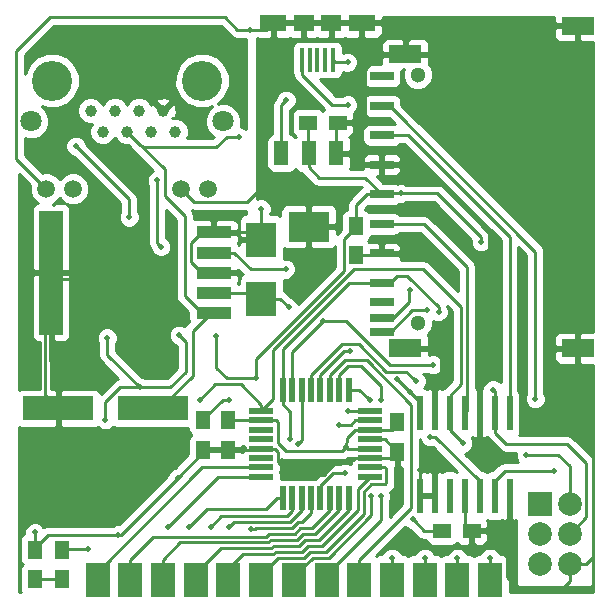
<source format=gtl>
G04 #@! TF.FileFunction,Copper,L1,Top,Signal*
%FSLAX46Y46*%
G04 Gerber Fmt 4.6, Leading zero omitted, Abs format (unit mm)*
G04 Created by KiCad (PCBNEW 4.0.2-stable) date 01/06/2016 17:52:26*
%MOMM*%
G01*
G04 APERTURE LIST*
%ADD10C,0.150000*%
%ADD11R,0.500000X3.000000*%
%ADD12C,1.800000*%
%ADD13C,3.400000*%
%ADD14C,1.500000*%
%ADD15C,1.000000*%
%ADD16R,1.250000X2.000000*%
%ADD17R,3.500000X2.500000*%
%ADD18R,2.000000X10.500000*%
%ADD19R,3.000000X1.000000*%
%ADD20R,4.000000X8.500000*%
%ADD21R,1.250000X1.500000*%
%ADD22R,2.500000X3.000000*%
%ADD23R,2.000000X0.700000*%
%ADD24C,1.300000*%
%ADD25R,2.800000X1.500000*%
%ADD26R,0.400000X2.000000*%
%ADD27R,1.800000X1.400000*%
%ADD28R,2.300000X1.400000*%
%ADD29R,2.000000X2.000000*%
%ADD30C,2.000000*%
%ADD31R,2.000000X3.000000*%
%ADD32R,1.500000X1.250000*%
%ADD33R,6.000000X2.000000*%
%ADD34R,2.000000X0.500000*%
%ADD35R,0.500000X2.000000*%
%ADD36C,0.500000*%
%ADD37C,0.250000*%
%ADD38C,0.254000*%
G04 APERTURE END LIST*
D10*
D11*
X84590000Y-126200000D03*
X85860000Y-126200000D03*
X87130000Y-126200000D03*
X88400000Y-126200000D03*
X89670000Y-126200000D03*
X90940000Y-126200000D03*
X92210000Y-126200000D03*
X92210000Y-119200000D03*
X90940000Y-119200000D03*
X89670000Y-119200000D03*
X88400000Y-119200000D03*
X87130000Y-119200000D03*
X85860000Y-119200000D03*
X84590000Y-119200000D03*
D12*
X67960000Y-94490000D03*
X51700000Y-94490000D03*
D13*
X66180000Y-91060000D03*
X53480000Y-91060000D03*
D14*
X52970000Y-100200000D03*
X66690000Y-100200000D03*
X64400000Y-100200000D03*
X55260000Y-100200000D03*
D15*
X56760000Y-93600000D03*
X58800000Y-93600000D03*
X60840000Y-93600000D03*
X62880000Y-93600000D03*
X57780000Y-95380000D03*
X59820000Y-95380000D03*
X61860000Y-95380000D03*
X63900000Y-95380000D03*
D16*
X75200000Y-97200000D03*
X72900000Y-97200000D03*
X77500000Y-97200000D03*
D17*
X75200000Y-103400000D03*
D18*
X53400000Y-107300000D03*
D19*
X67150000Y-107300000D03*
X67150000Y-105600000D03*
X67150000Y-103900000D03*
X67150000Y-109000000D03*
X67150000Y-110700000D03*
D20*
X57400000Y-107300000D03*
D21*
X52000000Y-133250000D03*
X52000000Y-130750000D03*
D22*
X71200000Y-109500000D03*
X71200000Y-104500000D03*
D21*
X54300000Y-133250000D03*
X54300000Y-130750000D03*
D23*
X81400000Y-112325000D03*
X81400000Y-111125000D03*
X81400000Y-109805000D03*
X81400000Y-108175000D03*
X81400000Y-105675000D03*
X81400000Y-103175000D03*
X81400000Y-100675000D03*
X81400000Y-98175000D03*
X81400000Y-95675000D03*
X81400000Y-93175000D03*
X81400000Y-90675000D03*
D24*
X84450000Y-111550000D03*
X84450000Y-90550000D03*
D25*
X83400000Y-113700000D03*
X98000000Y-113700000D03*
X98000000Y-86400000D03*
X83400000Y-88825000D03*
D26*
X75950000Y-89300000D03*
X75300000Y-89300000D03*
X76600000Y-89300000D03*
X77250000Y-89300000D03*
X74650000Y-89300000D03*
D27*
X74800000Y-86150000D03*
X77100000Y-86150000D03*
D28*
X72200000Y-86150000D03*
X79700000Y-86150000D03*
D29*
X94750000Y-126860000D03*
D30*
X97290000Y-126860000D03*
X94750000Y-129400000D03*
X97290000Y-129400000D03*
X94750000Y-131940000D03*
X97290000Y-131940000D03*
D31*
X57330000Y-133300000D03*
X60100000Y-133300000D03*
X62870000Y-133300000D03*
X65640000Y-133300000D03*
X68410000Y-133300000D03*
X71180000Y-133300000D03*
X73950000Y-133300000D03*
X76720000Y-133300000D03*
X79490000Y-133300000D03*
X82260000Y-133300000D03*
X85030000Y-133300000D03*
X87800000Y-133300000D03*
X90570000Y-133300000D03*
D32*
X75150000Y-94600000D03*
X77650000Y-94600000D03*
X86500000Y-129150000D03*
X89000000Y-129150000D03*
D21*
X79200000Y-103350000D03*
X79200000Y-105850000D03*
D33*
X62000000Y-118800000D03*
X54000000Y-118800000D03*
D21*
X66300000Y-122300000D03*
X66300000Y-119800000D03*
X68400000Y-119800000D03*
X68400000Y-122300000D03*
X82700000Y-119950000D03*
X82700000Y-122450000D03*
D34*
X80400000Y-124600000D03*
X80400000Y-123800000D03*
X80400000Y-123000000D03*
X80400000Y-122200000D03*
X80400000Y-121400000D03*
X80400000Y-120600000D03*
X80400000Y-119800000D03*
X80400000Y-119000000D03*
D35*
X78600000Y-117200000D03*
X77800000Y-117200000D03*
X77000000Y-117200000D03*
X76200000Y-117200000D03*
X75400000Y-117200000D03*
X74600000Y-117200000D03*
X73800000Y-117200000D03*
X73000000Y-117200000D03*
D34*
X71200000Y-119000000D03*
X71200000Y-119800000D03*
X71200000Y-120600000D03*
X71200000Y-121400000D03*
X71200000Y-122200000D03*
X71200000Y-123000000D03*
X71200000Y-123800000D03*
X71200000Y-124600000D03*
D35*
X73000000Y-126400000D03*
X73800000Y-126400000D03*
X74600000Y-126400000D03*
X75400000Y-126400000D03*
X76200000Y-126400000D03*
X77000000Y-126400000D03*
X77800000Y-126400000D03*
X78600000Y-126400000D03*
D36*
X90000000Y-116100000D03*
X84600000Y-124000000D03*
X91499994Y-130600000D03*
X51999998Y-129300000D03*
X64100010Y-124690932D03*
X59100000Y-129474980D03*
X78986983Y-95912999D03*
X74700000Y-124399980D03*
X70200000Y-86725020D03*
X84250000Y-98749998D03*
X81500000Y-104525002D03*
X86443311Y-116038274D03*
X60900000Y-117000000D03*
X83800000Y-117400000D03*
X84000004Y-128200000D03*
X83000004Y-100600000D03*
X82700000Y-116300000D03*
X89800000Y-104700000D03*
X58140255Y-112827263D03*
X70750000Y-116250000D03*
X67400000Y-112700014D03*
X64250000Y-112599998D03*
X58000000Y-119750000D03*
X73300000Y-92700000D03*
X78385870Y-122039973D03*
X93624990Y-122750000D03*
X68500000Y-118049998D03*
X69319216Y-95817606D03*
X71200000Y-101900000D03*
X80400000Y-118100010D03*
X80500000Y-126200000D03*
X81300002Y-118100000D03*
X81300000Y-126200000D03*
X82264981Y-131475042D03*
X63300000Y-128800000D03*
X85026910Y-131477265D03*
X65100000Y-128800000D03*
X87799997Y-131480962D03*
X66900000Y-128800002D03*
X90547078Y-131455165D03*
X68500000Y-128800014D03*
X73661758Y-121377685D03*
X86200000Y-110600000D03*
X66000048Y-118049988D03*
X88252624Y-121747376D03*
X85700000Y-115100000D03*
X76400000Y-111400000D03*
X90800000Y-117200000D03*
X78299984Y-124300000D03*
X78500000Y-89500000D03*
X78500012Y-93100000D03*
X85200000Y-110500000D03*
X78500000Y-118999996D03*
X78717783Y-113974970D03*
X83750000Y-108750000D03*
X94400000Y-118000000D03*
X96000000Y-124100002D03*
X70300000Y-129025013D03*
X56491991Y-130708009D03*
X73499537Y-110249555D03*
X73249992Y-107000000D03*
X74299994Y-121799982D03*
X84300000Y-116500000D03*
X85500000Y-121200000D03*
X60000000Y-102600000D03*
X55500000Y-96600000D03*
X62374990Y-99500000D03*
X62700000Y-105100000D03*
X77800000Y-120200000D03*
D37*
X89750001Y-116349999D02*
X90000000Y-116100000D01*
X89700000Y-116400000D02*
X89750001Y-116349999D01*
X89700000Y-119200000D02*
X89700000Y-116400000D01*
X90249999Y-115850001D02*
X90000000Y-116100000D01*
X90449999Y-103889337D02*
X90449999Y-115650001D01*
X84250000Y-98749998D02*
X85310660Y-98749998D01*
X85310660Y-98749998D02*
X90449999Y-103889337D01*
X90449999Y-115650001D02*
X90249999Y-115850001D01*
X86443311Y-116038274D02*
X86443311Y-114171307D01*
X86443311Y-114171307D02*
X85971996Y-113699992D01*
X85860000Y-126200000D02*
X85860000Y-124160000D01*
X85860000Y-124160000D02*
X85700000Y-124000000D01*
X85700000Y-124000000D02*
X84600000Y-124000000D01*
X84600000Y-124000000D02*
X84600000Y-126190000D01*
X84600000Y-126190000D02*
X84590000Y-126200000D01*
X97290000Y-131940000D02*
X98704213Y-131940000D01*
X98704213Y-131940000D02*
X99300000Y-131344213D01*
X99300000Y-131344213D02*
X99300000Y-116400000D01*
X99300000Y-116400000D02*
X98000000Y-115100000D01*
X98000000Y-115100000D02*
X98000000Y-113700000D01*
X97290000Y-131940000D02*
X97290000Y-133410000D01*
X97290000Y-133410000D02*
X96400000Y-134300000D01*
X96400000Y-134300000D02*
X93200000Y-134300000D01*
X93200000Y-134300000D02*
X92000000Y-133100000D01*
X92000000Y-133100000D02*
X92000000Y-131100000D01*
X92000000Y-131100000D02*
X91500000Y-130600000D01*
X91500000Y-130600000D02*
X91499994Y-130600000D01*
X91499994Y-130600000D02*
X89575000Y-130600000D01*
X89575000Y-130600000D02*
X89000000Y-130025000D01*
X89000000Y-130025000D02*
X89000000Y-129150000D01*
X89000000Y-129150000D02*
X90150000Y-129150000D01*
X84620000Y-126200000D02*
X84620000Y-125280000D01*
X77525000Y-94600000D02*
X77650000Y-94600000D01*
X52000000Y-129300002D02*
X51999998Y-129300000D01*
X52000000Y-130750000D02*
X52000000Y-129300002D01*
X64100010Y-124690932D02*
X59315962Y-129474980D01*
X59315962Y-129474980D02*
X59100000Y-129474980D01*
X64100010Y-124690932D02*
X66300000Y-122490942D01*
X66300000Y-122490942D02*
X66300000Y-122300000D01*
X53150020Y-129474980D02*
X59100000Y-129474980D01*
X52000000Y-130750000D02*
X52000000Y-130625000D01*
X52000000Y-130625000D02*
X53150020Y-129474980D01*
X79700000Y-86150000D02*
X81950000Y-86150000D01*
X81950000Y-86150000D02*
X83400000Y-87600000D01*
X83400000Y-87600000D02*
X83400000Y-88825000D01*
X77650000Y-94600000D02*
X79000000Y-94600000D01*
X79000000Y-94600000D02*
X79200000Y-94800000D01*
X79200000Y-94800000D02*
X79200000Y-95699982D01*
X79200000Y-95699982D02*
X78986983Y-95912999D01*
X80400000Y-123000000D02*
X79150000Y-123000000D01*
X79150000Y-123000000D02*
X78975397Y-123174603D01*
X76500020Y-124399980D02*
X74700000Y-124399980D01*
X78975397Y-123174603D02*
X77725397Y-123174603D01*
X77725397Y-123174603D02*
X76500020Y-124399980D01*
X72575001Y-123335641D02*
X73639340Y-124399980D01*
X73639340Y-124399980D02*
X74700000Y-124399980D01*
X72325002Y-122200000D02*
X72575001Y-122449999D01*
X71200000Y-122200000D02*
X72325002Y-122200000D01*
X72575001Y-122449999D02*
X72575001Y-123335641D01*
X77100000Y-86150000D02*
X79700000Y-86150000D01*
X74800000Y-86150000D02*
X77100000Y-86150000D01*
X72200000Y-86150000D02*
X74800000Y-86150000D01*
X70200000Y-86725020D02*
X71624980Y-86725020D01*
X71624980Y-86725020D02*
X72200000Y-86150000D01*
X77650000Y-94600000D02*
X79400000Y-94600000D01*
X79400000Y-94600000D02*
X79940999Y-94059001D01*
X79940999Y-94059001D02*
X79940999Y-90108999D01*
X79940999Y-90108999D02*
X81224998Y-88825000D01*
X81224998Y-88825000D02*
X83400000Y-88825000D01*
X81400000Y-98175000D02*
X79975000Y-98175000D01*
X79975000Y-98175000D02*
X79000000Y-97200000D01*
X79000000Y-97200000D02*
X77500000Y-97200000D01*
X92240000Y-126200000D02*
X92240000Y-128260000D01*
X92240000Y-128260000D02*
X91350000Y-129150000D01*
X91350000Y-129150000D02*
X89000000Y-129150000D01*
X84825000Y-86400000D02*
X83400000Y-87825000D01*
X83400000Y-87825000D02*
X83400000Y-88825000D01*
X75200000Y-103400000D02*
X75200000Y-101400000D01*
X75200000Y-101400000D02*
X74200000Y-100400000D01*
X74200000Y-100400000D02*
X70900000Y-100400000D01*
X70900000Y-100400000D02*
X69974999Y-101325001D01*
X69974999Y-101325001D02*
X65525001Y-101325001D01*
X65525001Y-101325001D02*
X64400000Y-100200000D01*
X52970000Y-100200000D02*
X50424999Y-97654999D01*
X50424999Y-97654999D02*
X50424999Y-88575001D01*
X50424999Y-88575001D02*
X53300000Y-85700000D01*
X53300000Y-85700000D02*
X68114320Y-85700000D01*
X68114320Y-85700000D02*
X69139340Y-86725020D01*
X69139340Y-86725020D02*
X70200000Y-86725020D01*
X89000000Y-129150000D02*
X88875000Y-129150000D01*
X85971988Y-113700000D02*
X85971996Y-113699992D01*
X83400000Y-113700000D02*
X85971988Y-113700000D01*
X80400000Y-121400000D02*
X81650000Y-121400000D01*
X81650000Y-121400000D02*
X82700000Y-122450000D01*
X98000000Y-113700000D02*
X98000000Y-86400000D01*
X81400000Y-98175000D02*
X83675002Y-98175000D01*
X83675002Y-98175000D02*
X84250000Y-98749998D01*
X85890000Y-119200000D02*
X85890000Y-116591585D01*
X81400000Y-105675000D02*
X81400000Y-104625002D01*
X81400000Y-104625002D02*
X81500000Y-104525002D01*
X88430000Y-126200000D02*
X88430000Y-128580000D01*
X88430000Y-128580000D02*
X89000000Y-129150000D01*
X98000000Y-86400000D02*
X84825000Y-86400000D01*
X77500000Y-97200000D02*
X77500000Y-94750000D01*
X77500000Y-94750000D02*
X77650000Y-94600000D01*
X66300000Y-122300000D02*
X68400000Y-122300000D01*
X79200000Y-105850000D02*
X81225000Y-105850000D01*
X81225000Y-105850000D02*
X81400000Y-105675000D01*
X82800000Y-122450000D02*
X82250000Y-123000000D01*
X82250000Y-123000000D02*
X80400000Y-123000000D01*
X68400000Y-122300000D02*
X71100000Y-122300000D01*
X71100000Y-122300000D02*
X71200000Y-122200000D01*
X85890000Y-116591585D02*
X86443311Y-116038274D01*
X60900000Y-117000000D02*
X58140255Y-114240255D01*
X58140255Y-114240255D02*
X58140255Y-112827263D01*
X60900000Y-117000000D02*
X63500000Y-117000000D01*
X63500000Y-117000000D02*
X64800000Y-115700000D01*
X64800000Y-113149998D02*
X64250000Y-112599998D01*
X64800000Y-115700000D02*
X64800000Y-113149998D01*
X60546447Y-117000000D02*
X60900000Y-117000000D01*
X58000000Y-119750000D02*
X58000000Y-118222051D01*
X59222051Y-117000000D02*
X60546447Y-117000000D01*
X58000000Y-118222051D02*
X59222051Y-117000000D01*
X83800000Y-117400000D02*
X82700000Y-116300000D01*
X84620000Y-118220000D02*
X83800000Y-117400000D01*
X84950004Y-129150000D02*
X84250003Y-128449999D01*
X84250003Y-128449999D02*
X84000004Y-128200000D01*
X86500000Y-129150000D02*
X84950004Y-129150000D01*
X89800000Y-104700000D02*
X89800000Y-104300000D01*
X89800000Y-104300000D02*
X86100000Y-100600000D01*
X86100000Y-100600000D02*
X83353557Y-100600000D01*
X83353557Y-100600000D02*
X83000004Y-100600000D01*
X81400000Y-100675000D02*
X81475000Y-100600000D01*
X81475000Y-100600000D02*
X83000004Y-100600000D01*
X83000000Y-100500000D02*
X83000000Y-100599996D01*
X83000000Y-100599996D02*
X83000004Y-100600000D01*
X84620000Y-119200000D02*
X84620000Y-118220000D01*
X75200000Y-97200000D02*
X75200000Y-98400000D01*
X75200000Y-98400000D02*
X76050000Y-99250000D01*
X76050000Y-99250000D02*
X79975000Y-99250000D01*
X79975000Y-99250000D02*
X81400000Y-100675000D01*
X67400000Y-112700014D02*
X67400000Y-115400000D01*
X67400000Y-115400000D02*
X68250000Y-116250000D01*
X68250000Y-116250000D02*
X70750000Y-116250000D01*
X70750000Y-116250000D02*
X70750000Y-114590113D01*
X70750000Y-114590113D02*
X78199999Y-107140114D01*
X78199999Y-107140114D02*
X78199999Y-104475001D01*
X78199999Y-104475001D02*
X79200000Y-103475000D01*
X79200000Y-103475000D02*
X79200000Y-103350000D01*
X86500000Y-129150000D02*
X86534999Y-129115001D01*
X80125000Y-100675000D02*
X79200000Y-101600000D01*
X79200000Y-101600000D02*
X79200000Y-103350000D01*
X81400000Y-100675000D02*
X80125000Y-100675000D01*
X75200000Y-97200000D02*
X75200000Y-97575000D01*
X75150000Y-94600000D02*
X75150000Y-97150000D01*
X75150000Y-97150000D02*
X75200000Y-97200000D01*
X97290000Y-126860000D02*
X97290000Y-123690000D01*
X97290000Y-123690000D02*
X96350000Y-122750000D01*
X96350000Y-122750000D02*
X93624990Y-122750000D01*
X72575001Y-121742877D02*
X73257126Y-122425002D01*
X72575001Y-119925001D02*
X72575001Y-121742877D01*
X78000841Y-122425002D02*
X78385870Y-122039973D01*
X71200000Y-119800000D02*
X72450000Y-119800000D01*
X72450000Y-119800000D02*
X72575001Y-119925001D01*
X73257126Y-122425002D02*
X78000841Y-122425002D01*
X82800000Y-120075000D02*
X82275000Y-120600000D01*
X82275000Y-120600000D02*
X80400000Y-120600000D01*
X78425002Y-121647288D02*
X78385870Y-121686420D01*
X78385870Y-121686420D02*
X78385870Y-122039973D01*
X80400000Y-120600000D02*
X79150000Y-120600000D01*
X78425002Y-121324998D02*
X78425002Y-121647288D01*
X79150000Y-120600000D02*
X78425002Y-121324998D01*
X72900000Y-93100000D02*
X73300000Y-92700000D01*
X72900000Y-97200000D02*
X72900000Y-93100000D01*
X78545897Y-122200000D02*
X78385870Y-122039973D01*
X80400000Y-122200000D02*
X78545897Y-122200000D01*
X82800000Y-119950000D02*
X82800000Y-120075000D01*
X68400000Y-119800000D02*
X71200000Y-119800000D01*
X66300000Y-119800000D02*
X66300000Y-119675000D01*
X66300000Y-119675000D02*
X67925002Y-118049998D01*
X67925002Y-118049998D02*
X68500000Y-118049998D01*
X62000000Y-118800000D02*
X62657120Y-118800000D01*
X62657120Y-118800000D02*
X65375001Y-116082119D01*
X66900000Y-110700000D02*
X66150000Y-110700000D01*
X65375001Y-116082119D02*
X65375001Y-112224999D01*
X64700000Y-102500000D02*
X63000000Y-100800000D01*
X65375001Y-112224999D02*
X66900000Y-110700000D01*
X66150000Y-110700000D02*
X64700000Y-109250000D01*
X64700000Y-109250000D02*
X64700000Y-102500000D01*
X63000000Y-100800000D02*
X63000000Y-98560000D01*
X63000000Y-98560000D02*
X60700000Y-96260000D01*
X60700000Y-96260000D02*
X59820000Y-95380000D01*
X69319216Y-95817606D02*
X68258556Y-95817606D01*
X68258556Y-95817606D02*
X67376162Y-96700000D01*
X67376162Y-96700000D02*
X61140000Y-96700000D01*
X61140000Y-96700000D02*
X59820000Y-95380000D01*
X62880000Y-93600000D02*
X61680000Y-92400000D01*
X54200000Y-94400000D02*
X54200000Y-97200000D01*
X61680000Y-92400000D02*
X56200000Y-92400000D01*
X56200000Y-92400000D02*
X54200000Y-94400000D01*
X57400000Y-100400000D02*
X57400000Y-107300000D01*
X54200000Y-97200000D02*
X57400000Y-100400000D01*
X67150000Y-107300000D02*
X66150000Y-107300000D01*
X66150000Y-107300000D02*
X65274999Y-106424999D01*
X65274999Y-106424999D02*
X65274999Y-104775001D01*
X65274999Y-104775001D02*
X66150000Y-103900000D01*
X66150000Y-103900000D02*
X67150000Y-103900000D01*
X54000000Y-118800000D02*
X52900000Y-117700000D01*
X52900000Y-117700000D02*
X52900000Y-107800000D01*
X67900000Y-103900000D02*
X70600000Y-103900000D01*
X70600000Y-103900000D02*
X71200000Y-104500000D01*
X67900000Y-107300000D02*
X66900000Y-107300000D01*
X66900000Y-103900000D02*
X67900000Y-103900000D01*
X57400000Y-107800000D02*
X53400000Y-107800000D01*
X71200000Y-104500000D02*
X71200000Y-101900000D01*
X71100000Y-104400000D02*
X71200000Y-104500000D01*
X57330000Y-134000000D02*
X57330000Y-132670000D01*
X57330000Y-132670000D02*
X66200000Y-123800000D01*
X66200000Y-123800000D02*
X71200000Y-123800000D01*
X71596479Y-129650031D02*
X71846477Y-129400033D01*
X62049975Y-129650031D02*
X71596479Y-129650031D01*
X74496422Y-128924944D02*
X75475056Y-128924944D01*
X77000000Y-127400000D02*
X77000000Y-126400000D01*
X74021333Y-129400033D02*
X74496422Y-128924944D01*
X75475056Y-128924944D02*
X77000000Y-127400000D01*
X60100000Y-131600006D02*
X62049975Y-129650031D01*
X71846477Y-129400033D02*
X74021333Y-129400033D01*
X60100000Y-134000000D02*
X60100000Y-131600006D01*
X62870000Y-134000000D02*
X62870000Y-131630000D01*
X64349958Y-130150042D02*
X71803591Y-130150041D01*
X77800000Y-127400000D02*
X77800000Y-126400000D01*
X74228445Y-129900043D02*
X74703531Y-129424957D01*
X71803591Y-130150041D02*
X72053589Y-129900043D01*
X62870000Y-131630000D02*
X64349958Y-130150042D01*
X72053589Y-129900043D02*
X74228445Y-129900043D01*
X75775045Y-129424955D02*
X77800000Y-127400000D01*
X74703531Y-129424957D02*
X75775045Y-129424955D01*
X65640000Y-132770800D02*
X67760747Y-130650053D01*
X76075034Y-129924966D02*
X78600000Y-127400000D01*
X74910644Y-129924966D02*
X76075034Y-129924966D01*
X74410633Y-130424977D02*
X74910644Y-129924966D01*
X72235777Y-130424977D02*
X74410633Y-130424977D01*
X65640000Y-134000000D02*
X65640000Y-132770800D01*
X78600000Y-127400000D02*
X78600000Y-126400000D01*
X67760747Y-130650053D02*
X72010701Y-130650053D01*
X72010701Y-130650053D02*
X72235777Y-130424977D01*
X69635267Y-131150070D02*
X72217806Y-131150070D01*
X72442888Y-130924988D02*
X74617744Y-130924988D01*
X79370058Y-125629942D02*
X80275010Y-124724990D01*
X76375023Y-130424977D02*
X79370058Y-127429942D01*
X68410000Y-134000000D02*
X68410000Y-132375337D01*
X75117755Y-130424977D02*
X76375023Y-130424977D01*
X79370058Y-127429942D02*
X79370058Y-125629942D01*
X68410000Y-132375337D02*
X69635267Y-131150070D01*
X72217806Y-131150070D02*
X72442888Y-130924988D01*
X74617744Y-130924988D02*
X75117755Y-130424977D01*
X80275010Y-124724990D02*
X80400000Y-124600000D01*
X81650000Y-123800000D02*
X80400000Y-123800000D01*
X81700001Y-125225001D02*
X81775001Y-125150001D01*
X81775001Y-123925001D02*
X81650000Y-123800000D01*
X79874998Y-125832124D02*
X80482121Y-125225001D01*
X76667890Y-130924988D02*
X79874998Y-127717880D01*
X74824855Y-131424999D02*
X75324866Y-130924988D01*
X75324866Y-130924988D02*
X76667890Y-130924988D01*
X72649999Y-131424999D02*
X74824855Y-131424999D01*
X81775001Y-125150001D02*
X81775001Y-123925001D01*
X80482121Y-125225001D02*
X81700001Y-125225001D01*
X71180000Y-132894998D02*
X72649999Y-131424999D01*
X79874998Y-127717880D02*
X79874998Y-125832124D01*
X71180000Y-134000000D02*
X71180000Y-132894998D01*
X79499990Y-117200000D02*
X80150001Y-117850011D01*
X78600000Y-117200000D02*
X79499990Y-117200000D01*
X80150001Y-117850011D02*
X80400000Y-118100010D01*
X80500000Y-126553553D02*
X80500000Y-126200000D01*
X75531976Y-131424998D02*
X76928555Y-131424998D01*
X73950000Y-133006974D02*
X75531976Y-131424998D01*
X73950000Y-133300000D02*
X73950000Y-133006974D01*
X80500000Y-127853553D02*
X80500000Y-126553553D01*
X76928555Y-131424998D02*
X80500000Y-127853553D01*
X73950000Y-134000000D02*
X73950000Y-133006976D01*
X77800000Y-117200000D02*
X77800000Y-115950000D01*
X77800000Y-115950000D02*
X78550011Y-115199989D01*
X78550011Y-115199989D02*
X79599989Y-115199989D01*
X79599989Y-115199989D02*
X81300002Y-116900002D01*
X81300002Y-116900002D02*
X81300002Y-118100000D01*
X81300000Y-126553553D02*
X81300000Y-126200000D01*
X81300000Y-128220000D02*
X81300000Y-126553553D01*
X76720000Y-132800000D02*
X81300000Y-128220000D01*
X76720000Y-133300000D02*
X76720000Y-132800000D01*
X76720000Y-134000000D02*
X76720000Y-132380000D01*
X78250021Y-114699979D02*
X80107101Y-114699979D01*
X79490000Y-131610000D02*
X79490000Y-134000000D01*
X83874999Y-127225001D02*
X79490000Y-131610000D01*
X83874999Y-118467877D02*
X83874999Y-127225001D01*
X80107101Y-114699979D02*
X83874999Y-118467877D01*
X77000000Y-115950000D02*
X78250021Y-114699979D01*
X77000000Y-117200000D02*
X77000000Y-115950000D01*
X82260000Y-133500000D02*
X82264981Y-133495019D01*
X82264981Y-131828595D02*
X82264981Y-131475042D01*
X82264981Y-133495019D02*
X82264981Y-131828595D01*
X67500000Y-124600000D02*
X63300000Y-128800000D01*
X71200000Y-124600000D02*
X67500000Y-124600000D01*
X73000000Y-126400000D02*
X72500000Y-126400000D01*
X72500000Y-126400000D02*
X71625010Y-127274990D01*
X71625010Y-127274990D02*
X66625010Y-127274990D01*
X66625010Y-127274990D02*
X65100000Y-128800000D01*
X85026910Y-131830818D02*
X85026910Y-131477265D01*
X85026910Y-133996910D02*
X85026910Y-131830818D01*
X85030000Y-134000000D02*
X85026910Y-133996910D01*
X73800000Y-126400000D02*
X73800000Y-127500000D01*
X67800002Y-127900000D02*
X66900000Y-128800002D01*
X73400000Y-127900000D02*
X67800002Y-127900000D01*
X73800000Y-127500000D02*
X73400000Y-127900000D01*
X87799997Y-131834515D02*
X87799997Y-131480962D01*
X87800000Y-134000000D02*
X87799997Y-133999997D01*
X87799997Y-133999997D02*
X87799997Y-131834515D01*
X68900003Y-128400011D02*
X68500000Y-128800014D01*
X73607111Y-128400011D02*
X68900003Y-128400011D01*
X74600000Y-126400000D02*
X74600000Y-127407122D01*
X74600000Y-127407122D02*
X73607111Y-128400011D01*
X90547078Y-131808718D02*
X90547078Y-131455165D01*
X90547078Y-133977078D02*
X90547078Y-131808718D01*
X90570000Y-134000000D02*
X90547078Y-133977078D01*
X73661758Y-119111758D02*
X73661758Y-121377685D01*
X73000000Y-118450000D02*
X73661758Y-119111758D01*
X73000000Y-117200000D02*
X73000000Y-118450000D01*
X83528553Y-107575000D02*
X86200000Y-110246447D01*
X82650000Y-107575000D02*
X83528553Y-107575000D01*
X82050000Y-108175000D02*
X82650000Y-107575000D01*
X86200000Y-110246447D02*
X86200000Y-110600000D01*
X81400000Y-108175000D02*
X82050000Y-108175000D01*
X73000000Y-113754355D02*
X73000000Y-117200000D01*
X78579355Y-108175000D02*
X73000000Y-113754355D01*
X81400000Y-108175000D02*
X78579355Y-108175000D01*
X67300025Y-116750011D02*
X66000048Y-118049988D01*
X71200000Y-118500000D02*
X69450011Y-116750011D01*
X71200000Y-119000000D02*
X71200000Y-118500000D01*
X69450011Y-116750011D02*
X67300025Y-116750011D01*
X71200000Y-119000000D02*
X72206736Y-117993264D01*
X88125002Y-110209998D02*
X88125002Y-116728709D01*
X84908674Y-106993670D02*
X88125002Y-110209998D01*
X72206736Y-113840497D02*
X79053563Y-106993670D01*
X79053563Y-106993670D02*
X84908674Y-106993670D01*
X87130000Y-117723711D02*
X87130000Y-120450000D01*
X72206736Y-117993264D02*
X72206736Y-113840497D01*
X88125002Y-116728709D02*
X87130000Y-117723711D01*
X88252624Y-121747376D02*
X87160000Y-120654752D01*
X87160000Y-120654752D02*
X87160000Y-119200000D01*
X85346447Y-115100000D02*
X85700000Y-115100000D01*
X82087844Y-115100000D02*
X85346447Y-115100000D01*
X78387844Y-111400000D02*
X82087844Y-115100000D01*
X76400000Y-111400000D02*
X78387844Y-111400000D01*
X97290000Y-129400000D02*
X98700000Y-127990000D01*
X98700000Y-127990000D02*
X98700000Y-123450000D01*
X98700000Y-123450000D02*
X97050000Y-121800000D01*
X97050000Y-121800000D02*
X91900000Y-121800000D01*
X91900000Y-121800000D02*
X90970000Y-120870000D01*
X90970000Y-120870000D02*
X90970000Y-119200000D01*
X73800000Y-114000000D02*
X76400000Y-111400000D01*
X73800000Y-117200000D02*
X73800000Y-114000000D01*
X90940000Y-119200000D02*
X90940000Y-117340000D01*
X90940000Y-117340000D02*
X90800000Y-117200000D01*
X77307122Y-124300000D02*
X78299984Y-124300000D01*
X76200000Y-125407122D02*
X77307122Y-124300000D01*
X76200000Y-126400000D02*
X76200000Y-125407122D01*
X78500000Y-89500000D02*
X77450000Y-89500000D01*
X77450000Y-89500000D02*
X77250000Y-89300000D01*
X77200000Y-93100000D02*
X78500012Y-93100000D01*
X74650000Y-89300000D02*
X74650000Y-90550000D01*
X74650000Y-90550000D02*
X77200000Y-93100000D01*
X83982998Y-110500000D02*
X84846447Y-110500000D01*
X82157998Y-112325000D02*
X83982998Y-110500000D01*
X84846447Y-110500000D02*
X85200000Y-110500000D01*
X81400000Y-112325000D02*
X82157998Y-112325000D01*
X78500004Y-119000000D02*
X78500000Y-118999996D01*
X80400000Y-119000000D02*
X78500004Y-119000000D01*
X78175030Y-113974970D02*
X78364230Y-113974970D01*
X76200000Y-115950000D02*
X78175030Y-113974970D01*
X76200000Y-117200000D02*
X76200000Y-115950000D01*
X78364230Y-113974970D02*
X78717783Y-113974970D01*
X81400000Y-111125000D02*
X82375000Y-111125000D01*
X82375000Y-111125000D02*
X83700000Y-109800000D01*
X83700000Y-109800000D02*
X83700000Y-108800000D01*
X83700000Y-108800000D02*
X83750000Y-108750000D01*
X84975000Y-103175000D02*
X81400000Y-103175000D01*
X88625012Y-106825012D02*
X84975000Y-103175000D01*
X88625012Y-118974988D02*
X88625012Y-106825012D01*
X88400000Y-119200000D02*
X88625012Y-118974988D01*
X83632122Y-95675000D02*
X81400000Y-95675000D01*
X92210000Y-104252878D02*
X83632122Y-95675000D01*
X92210000Y-119200000D02*
X92210000Y-104252878D01*
X94400000Y-117646447D02*
X94400000Y-118000000D01*
X94400000Y-105525000D02*
X94400000Y-117646447D01*
X81400000Y-93175000D02*
X82050000Y-93175000D01*
X82050000Y-93175000D02*
X94400000Y-105525000D01*
X95646447Y-124100002D02*
X96000000Y-124100002D01*
X91789998Y-124100002D02*
X95646447Y-124100002D01*
X90940000Y-124950000D02*
X91789998Y-124100002D01*
X90940000Y-126200000D02*
X90940000Y-124950000D01*
X54300000Y-133250000D02*
X52000000Y-133250000D01*
X75400000Y-127650000D02*
X74625065Y-128424935D01*
X70653553Y-129025013D02*
X70300000Y-129025013D01*
X73814222Y-128900022D02*
X70778544Y-128900022D01*
X74289309Y-128424935D02*
X73814222Y-128900022D01*
X75400000Y-126400000D02*
X75400000Y-127650000D01*
X70778544Y-128900022D02*
X70653553Y-129025013D01*
X74625065Y-128424935D02*
X74289309Y-128424935D01*
X56491991Y-130708009D02*
X54341991Y-130708009D01*
X54341991Y-130708009D02*
X54300000Y-130750000D01*
X67900000Y-109000000D02*
X70700000Y-109000000D01*
X70700000Y-109000000D02*
X71200000Y-109500000D01*
X72749982Y-109500000D02*
X73499537Y-110249555D01*
X71200000Y-109500000D02*
X72749982Y-109500000D01*
X73249992Y-107000000D02*
X70300000Y-107000000D01*
X70300000Y-107000000D02*
X68900000Y-105600000D01*
X68900000Y-105600000D02*
X67900000Y-105600000D01*
X74600000Y-121499976D02*
X74299994Y-121799982D01*
X74600000Y-117200000D02*
X74600000Y-121499976D01*
X83474999Y-115674999D02*
X84050001Y-116250001D01*
X79464212Y-113349968D02*
X81789243Y-115674999D01*
X78000032Y-113349968D02*
X79464212Y-113349968D01*
X81789243Y-115674999D02*
X83474999Y-115674999D01*
X75400000Y-115950000D02*
X78000032Y-113349968D01*
X75400000Y-117200000D02*
X75400000Y-115950000D01*
X84050001Y-116250001D02*
X84300000Y-116500000D01*
X85853553Y-121200000D02*
X85500000Y-121200000D01*
X89670000Y-126200000D02*
X89670000Y-124950000D01*
X85920000Y-121200000D02*
X85853553Y-121200000D01*
X89670000Y-124950000D02*
X85920000Y-121200000D01*
X60000000Y-102246447D02*
X60000000Y-102600000D01*
X55500000Y-96600000D02*
X60000000Y-101100000D01*
X60000000Y-101100000D02*
X60000000Y-102246447D01*
X62400000Y-99500000D02*
X62374990Y-99500000D01*
X62700000Y-105100000D02*
X62400000Y-104800000D01*
X62400000Y-104800000D02*
X62400000Y-99500000D01*
X78750000Y-120200000D02*
X77800000Y-120200000D01*
X80400000Y-119800000D02*
X79150000Y-119800000D01*
X79150000Y-119800000D02*
X78750000Y-120200000D01*
D38*
G36*
X68601939Y-87262421D02*
X68848500Y-87427168D01*
X69139340Y-87485020D01*
X69722527Y-87485020D01*
X69873000Y-87547502D01*
X69873000Y-95119685D01*
X69821183Y-95067777D01*
X69496026Y-94932760D01*
X69438244Y-94932710D01*
X69494733Y-94796670D01*
X69495265Y-94186009D01*
X69262068Y-93621629D01*
X68830643Y-93189449D01*
X68266670Y-92955267D01*
X67656009Y-92954735D01*
X67538313Y-93003366D01*
X68158362Y-92384398D01*
X68514593Y-91526498D01*
X68515404Y-90597578D01*
X68160671Y-89739057D01*
X67504398Y-89081638D01*
X66646498Y-88725407D01*
X65717578Y-88724596D01*
X64859057Y-89079329D01*
X64201638Y-89735602D01*
X63845407Y-90593502D01*
X63844596Y-91522422D01*
X64199329Y-92380943D01*
X64855602Y-93038362D01*
X65713502Y-93394593D01*
X66642422Y-93395404D01*
X67054259Y-93225237D01*
X66659449Y-93619357D01*
X66425267Y-94183330D01*
X66424735Y-94793991D01*
X66657932Y-95358371D01*
X67089357Y-95790551D01*
X67175174Y-95826186D01*
X67061360Y-95940000D01*
X64896427Y-95940000D01*
X65034803Y-95606756D01*
X65035197Y-95155225D01*
X64862767Y-94737914D01*
X64543765Y-94418355D01*
X64126756Y-94245197D01*
X63704436Y-94244828D01*
X63670107Y-94210499D01*
X63885217Y-94173352D01*
X64028112Y-93745028D01*
X63996217Y-93294625D01*
X63885217Y-93026648D01*
X63670104Y-92989501D01*
X63059605Y-93600000D01*
X63073748Y-93614143D01*
X62894143Y-93793748D01*
X62880000Y-93779605D01*
X62865858Y-93793748D01*
X62686253Y-93614143D01*
X62700395Y-93600000D01*
X62089896Y-92989501D01*
X61874783Y-93026648D01*
X61855299Y-93085051D01*
X61802767Y-92957914D01*
X61655007Y-92809896D01*
X62269501Y-92809896D01*
X62880000Y-93420395D01*
X63490499Y-92809896D01*
X63453352Y-92594783D01*
X63025028Y-92451888D01*
X62574625Y-92483783D01*
X62306648Y-92594783D01*
X62269501Y-92809896D01*
X61655007Y-92809896D01*
X61483765Y-92638355D01*
X61066756Y-92465197D01*
X60615225Y-92464803D01*
X60197914Y-92637233D01*
X59878355Y-92956235D01*
X59820071Y-93096599D01*
X59762767Y-92957914D01*
X59443765Y-92638355D01*
X59026756Y-92465197D01*
X58575225Y-92464803D01*
X58157914Y-92637233D01*
X57838355Y-92956235D01*
X57780071Y-93096599D01*
X57722767Y-92957914D01*
X57403765Y-92638355D01*
X56986756Y-92465197D01*
X56535225Y-92464803D01*
X56117914Y-92637233D01*
X55798355Y-92956235D01*
X55625197Y-93373244D01*
X55624803Y-93824775D01*
X55797233Y-94242086D01*
X56116235Y-94561645D01*
X56533244Y-94734803D01*
X56819539Y-94735053D01*
X56818355Y-94736235D01*
X56645197Y-95153244D01*
X56644803Y-95604775D01*
X56817233Y-96022086D01*
X57136235Y-96341645D01*
X57553244Y-96514803D01*
X58004775Y-96515197D01*
X58422086Y-96342767D01*
X58741645Y-96023765D01*
X58799929Y-95883401D01*
X58857233Y-96022086D01*
X59176235Y-96341645D01*
X59593244Y-96514803D01*
X59880251Y-96515053D01*
X62044275Y-98679077D01*
X61874333Y-98749296D01*
X61625161Y-98998033D01*
X61490144Y-99323190D01*
X61489837Y-99675265D01*
X61624286Y-100000657D01*
X61640000Y-100016398D01*
X61640000Y-104800000D01*
X61697852Y-105090839D01*
X61814855Y-105265947D01*
X61814847Y-105275265D01*
X61949296Y-105600657D01*
X62198033Y-105849829D01*
X62523190Y-105984846D01*
X62875265Y-105985153D01*
X63200657Y-105850704D01*
X63449829Y-105601967D01*
X63584846Y-105276810D01*
X63585153Y-104924735D01*
X63450704Y-104599343D01*
X63201967Y-104350171D01*
X63160000Y-104332745D01*
X63160000Y-102034802D01*
X63940000Y-102814802D01*
X63940000Y-109250000D01*
X63997852Y-109540839D01*
X64162599Y-109787401D01*
X65002560Y-110627362D01*
X65002560Y-111200000D01*
X65046838Y-111435317D01*
X65063691Y-111461507D01*
X64837600Y-111687598D01*
X64733968Y-111842695D01*
X64426810Y-111715152D01*
X64074735Y-111714845D01*
X63749343Y-111849294D01*
X63500171Y-112098031D01*
X63365154Y-112423188D01*
X63364847Y-112775263D01*
X63499296Y-113100655D01*
X63748033Y-113349827D01*
X64040000Y-113471062D01*
X64040000Y-115385198D01*
X63185198Y-116240000D01*
X61377473Y-116240000D01*
X61099291Y-116124489D01*
X58900255Y-113925453D01*
X58900255Y-113304736D01*
X59025101Y-113004073D01*
X59025408Y-112651998D01*
X58890959Y-112326606D01*
X58642222Y-112077434D01*
X58317065Y-111942417D01*
X57964990Y-111942110D01*
X57639598Y-112076559D01*
X57390426Y-112325296D01*
X57255409Y-112650453D01*
X57255102Y-113002528D01*
X57380255Y-113305422D01*
X57380255Y-114240255D01*
X57438107Y-114531094D01*
X57602854Y-114777656D01*
X59091222Y-116266024D01*
X58931212Y-116297852D01*
X58684650Y-116462599D01*
X57587715Y-117559534D01*
X57538327Y-117440302D01*
X57359699Y-117261673D01*
X57126310Y-117165000D01*
X54285750Y-117165000D01*
X54127000Y-117323750D01*
X54127000Y-118673000D01*
X54147000Y-118673000D01*
X54147000Y-118927000D01*
X54127000Y-118927000D01*
X54127000Y-120276250D01*
X54285750Y-120435000D01*
X57126310Y-120435000D01*
X57343508Y-120345034D01*
X57498033Y-120499829D01*
X57823190Y-120634846D01*
X58175265Y-120635153D01*
X58500657Y-120500704D01*
X58663218Y-120338427D01*
X58748110Y-120396431D01*
X59000000Y-120447440D01*
X65000000Y-120447440D01*
X65027560Y-120442254D01*
X65027560Y-120550000D01*
X65071838Y-120785317D01*
X65210910Y-121001441D01*
X65280711Y-121049134D01*
X65223559Y-121085910D01*
X65078569Y-121298110D01*
X65027560Y-121550000D01*
X65027560Y-122688580D01*
X63900233Y-123815907D01*
X63599353Y-123940228D01*
X63350181Y-124188965D01*
X63224499Y-124491641D01*
X59126137Y-128590003D01*
X58924735Y-128589827D01*
X58621841Y-128714980D01*
X53150020Y-128714980D01*
X52859181Y-128772832D01*
X52765588Y-128835369D01*
X52750702Y-128799343D01*
X52501965Y-128550171D01*
X52176808Y-128415154D01*
X51824733Y-128414847D01*
X51499341Y-128549296D01*
X51250169Y-128798033D01*
X51115152Y-129123190D01*
X51114899Y-129412786D01*
X50923559Y-129535910D01*
X50778569Y-129748110D01*
X50727560Y-130000000D01*
X50727560Y-131500000D01*
X50771838Y-131735317D01*
X50910910Y-131951441D01*
X50980711Y-131999134D01*
X50923559Y-132035910D01*
X50778569Y-132248110D01*
X50727560Y-132500000D01*
X50727560Y-134000000D01*
X50771838Y-134235317D01*
X50823113Y-134315000D01*
X50685000Y-134315000D01*
X50685000Y-120356842D01*
X50873690Y-120435000D01*
X53714250Y-120435000D01*
X53873000Y-120276250D01*
X53873000Y-118927000D01*
X53853000Y-118927000D01*
X53853000Y-118673000D01*
X53873000Y-118673000D01*
X53873000Y-117323750D01*
X53714250Y-117165000D01*
X53412110Y-117165000D01*
X53326980Y-112397733D01*
X53318315Y-112353841D01*
X53291035Y-112311447D01*
X53273000Y-112299124D01*
X53273000Y-107427000D01*
X53527000Y-107427000D01*
X53527000Y-113026250D01*
X53685750Y-113185000D01*
X54526310Y-113185000D01*
X54759699Y-113088327D01*
X54938327Y-112909698D01*
X55035000Y-112676309D01*
X55035000Y-107585750D01*
X54876250Y-107427000D01*
X53527000Y-107427000D01*
X53273000Y-107427000D01*
X51923750Y-107427000D01*
X51765000Y-107585750D01*
X51765000Y-112676309D01*
X51861673Y-112909698D01*
X52040301Y-113088327D01*
X52273690Y-113185000D01*
X52473000Y-113185000D01*
X52473000Y-117165000D01*
X50873690Y-117165000D01*
X50685000Y-117243158D01*
X50685000Y-98989802D01*
X51594998Y-99899800D01*
X51585241Y-99923298D01*
X51584760Y-100474285D01*
X51795169Y-100983515D01*
X52184436Y-101373461D01*
X52284473Y-101415000D01*
X52273690Y-101415000D01*
X52040301Y-101511673D01*
X51861673Y-101690302D01*
X51765000Y-101923691D01*
X51765000Y-107014250D01*
X51923750Y-107173000D01*
X53273000Y-107173000D01*
X53273000Y-107153000D01*
X53527000Y-107153000D01*
X53527000Y-107173000D01*
X54876250Y-107173000D01*
X55035000Y-107014250D01*
X55035000Y-101923691D01*
X54938327Y-101690302D01*
X54759699Y-101511673D01*
X54526310Y-101415000D01*
X53685750Y-101415000D01*
X53527002Y-101573748D01*
X53527002Y-101468424D01*
X53753515Y-101374831D01*
X54115289Y-101013687D01*
X54474436Y-101373461D01*
X54983298Y-101584759D01*
X55534285Y-101585240D01*
X56043515Y-101374831D01*
X56433461Y-100985564D01*
X56644759Y-100476702D01*
X56645240Y-99925715D01*
X56434831Y-99416485D01*
X56045564Y-99026539D01*
X55536702Y-98815241D01*
X54985715Y-98814760D01*
X54476485Y-99025169D01*
X54114711Y-99386313D01*
X53755564Y-99026539D01*
X53246702Y-98815241D01*
X52695715Y-98814760D01*
X52670132Y-98825330D01*
X51184999Y-97340197D01*
X51184999Y-96775265D01*
X54614847Y-96775265D01*
X54749296Y-97100657D01*
X54998033Y-97349829D01*
X55300709Y-97475511D01*
X59240000Y-101414802D01*
X59240000Y-102122527D01*
X59115154Y-102423190D01*
X59114847Y-102775265D01*
X59249296Y-103100657D01*
X59498033Y-103349829D01*
X59823190Y-103484846D01*
X60175265Y-103485153D01*
X60500657Y-103350704D01*
X60749829Y-103101967D01*
X60884846Y-102776810D01*
X60885153Y-102424735D01*
X60760000Y-102121841D01*
X60760000Y-101100000D01*
X60702148Y-100809161D01*
X60537401Y-100562599D01*
X56375025Y-96400223D01*
X56250704Y-96099343D01*
X56001967Y-95850171D01*
X55676810Y-95715154D01*
X55324735Y-95714847D01*
X54999343Y-95849296D01*
X54750171Y-96098033D01*
X54615154Y-96423190D01*
X54614847Y-96775265D01*
X51184999Y-96775265D01*
X51184999Y-95938226D01*
X51393330Y-96024733D01*
X52003991Y-96025265D01*
X52568371Y-95792068D01*
X53000551Y-95360643D01*
X53234733Y-94796670D01*
X53235265Y-94186009D01*
X53002068Y-93621629D01*
X52606879Y-93225749D01*
X53013502Y-93394593D01*
X53942422Y-93395404D01*
X54800943Y-93040671D01*
X55458362Y-92384398D01*
X55814593Y-91526498D01*
X55815404Y-90597578D01*
X55460671Y-89739057D01*
X54804398Y-89081638D01*
X53946498Y-88725407D01*
X53017578Y-88724596D01*
X52159057Y-89079329D01*
X51501638Y-89735602D01*
X51184999Y-90498154D01*
X51184999Y-88889803D01*
X53614802Y-86460000D01*
X67799518Y-86460000D01*
X68601939Y-87262421D01*
X68601939Y-87262421D01*
G37*
X68601939Y-87262421D02*
X68848500Y-87427168D01*
X69139340Y-87485020D01*
X69722527Y-87485020D01*
X69873000Y-87547502D01*
X69873000Y-95119685D01*
X69821183Y-95067777D01*
X69496026Y-94932760D01*
X69438244Y-94932710D01*
X69494733Y-94796670D01*
X69495265Y-94186009D01*
X69262068Y-93621629D01*
X68830643Y-93189449D01*
X68266670Y-92955267D01*
X67656009Y-92954735D01*
X67538313Y-93003366D01*
X68158362Y-92384398D01*
X68514593Y-91526498D01*
X68515404Y-90597578D01*
X68160671Y-89739057D01*
X67504398Y-89081638D01*
X66646498Y-88725407D01*
X65717578Y-88724596D01*
X64859057Y-89079329D01*
X64201638Y-89735602D01*
X63845407Y-90593502D01*
X63844596Y-91522422D01*
X64199329Y-92380943D01*
X64855602Y-93038362D01*
X65713502Y-93394593D01*
X66642422Y-93395404D01*
X67054259Y-93225237D01*
X66659449Y-93619357D01*
X66425267Y-94183330D01*
X66424735Y-94793991D01*
X66657932Y-95358371D01*
X67089357Y-95790551D01*
X67175174Y-95826186D01*
X67061360Y-95940000D01*
X64896427Y-95940000D01*
X65034803Y-95606756D01*
X65035197Y-95155225D01*
X64862767Y-94737914D01*
X64543765Y-94418355D01*
X64126756Y-94245197D01*
X63704436Y-94244828D01*
X63670107Y-94210499D01*
X63885217Y-94173352D01*
X64028112Y-93745028D01*
X63996217Y-93294625D01*
X63885217Y-93026648D01*
X63670104Y-92989501D01*
X63059605Y-93600000D01*
X63073748Y-93614143D01*
X62894143Y-93793748D01*
X62880000Y-93779605D01*
X62865858Y-93793748D01*
X62686253Y-93614143D01*
X62700395Y-93600000D01*
X62089896Y-92989501D01*
X61874783Y-93026648D01*
X61855299Y-93085051D01*
X61802767Y-92957914D01*
X61655007Y-92809896D01*
X62269501Y-92809896D01*
X62880000Y-93420395D01*
X63490499Y-92809896D01*
X63453352Y-92594783D01*
X63025028Y-92451888D01*
X62574625Y-92483783D01*
X62306648Y-92594783D01*
X62269501Y-92809896D01*
X61655007Y-92809896D01*
X61483765Y-92638355D01*
X61066756Y-92465197D01*
X60615225Y-92464803D01*
X60197914Y-92637233D01*
X59878355Y-92956235D01*
X59820071Y-93096599D01*
X59762767Y-92957914D01*
X59443765Y-92638355D01*
X59026756Y-92465197D01*
X58575225Y-92464803D01*
X58157914Y-92637233D01*
X57838355Y-92956235D01*
X57780071Y-93096599D01*
X57722767Y-92957914D01*
X57403765Y-92638355D01*
X56986756Y-92465197D01*
X56535225Y-92464803D01*
X56117914Y-92637233D01*
X55798355Y-92956235D01*
X55625197Y-93373244D01*
X55624803Y-93824775D01*
X55797233Y-94242086D01*
X56116235Y-94561645D01*
X56533244Y-94734803D01*
X56819539Y-94735053D01*
X56818355Y-94736235D01*
X56645197Y-95153244D01*
X56644803Y-95604775D01*
X56817233Y-96022086D01*
X57136235Y-96341645D01*
X57553244Y-96514803D01*
X58004775Y-96515197D01*
X58422086Y-96342767D01*
X58741645Y-96023765D01*
X58799929Y-95883401D01*
X58857233Y-96022086D01*
X59176235Y-96341645D01*
X59593244Y-96514803D01*
X59880251Y-96515053D01*
X62044275Y-98679077D01*
X61874333Y-98749296D01*
X61625161Y-98998033D01*
X61490144Y-99323190D01*
X61489837Y-99675265D01*
X61624286Y-100000657D01*
X61640000Y-100016398D01*
X61640000Y-104800000D01*
X61697852Y-105090839D01*
X61814855Y-105265947D01*
X61814847Y-105275265D01*
X61949296Y-105600657D01*
X62198033Y-105849829D01*
X62523190Y-105984846D01*
X62875265Y-105985153D01*
X63200657Y-105850704D01*
X63449829Y-105601967D01*
X63584846Y-105276810D01*
X63585153Y-104924735D01*
X63450704Y-104599343D01*
X63201967Y-104350171D01*
X63160000Y-104332745D01*
X63160000Y-102034802D01*
X63940000Y-102814802D01*
X63940000Y-109250000D01*
X63997852Y-109540839D01*
X64162599Y-109787401D01*
X65002560Y-110627362D01*
X65002560Y-111200000D01*
X65046838Y-111435317D01*
X65063691Y-111461507D01*
X64837600Y-111687598D01*
X64733968Y-111842695D01*
X64426810Y-111715152D01*
X64074735Y-111714845D01*
X63749343Y-111849294D01*
X63500171Y-112098031D01*
X63365154Y-112423188D01*
X63364847Y-112775263D01*
X63499296Y-113100655D01*
X63748033Y-113349827D01*
X64040000Y-113471062D01*
X64040000Y-115385198D01*
X63185198Y-116240000D01*
X61377473Y-116240000D01*
X61099291Y-116124489D01*
X58900255Y-113925453D01*
X58900255Y-113304736D01*
X59025101Y-113004073D01*
X59025408Y-112651998D01*
X58890959Y-112326606D01*
X58642222Y-112077434D01*
X58317065Y-111942417D01*
X57964990Y-111942110D01*
X57639598Y-112076559D01*
X57390426Y-112325296D01*
X57255409Y-112650453D01*
X57255102Y-113002528D01*
X57380255Y-113305422D01*
X57380255Y-114240255D01*
X57438107Y-114531094D01*
X57602854Y-114777656D01*
X59091222Y-116266024D01*
X58931212Y-116297852D01*
X58684650Y-116462599D01*
X57587715Y-117559534D01*
X57538327Y-117440302D01*
X57359699Y-117261673D01*
X57126310Y-117165000D01*
X54285750Y-117165000D01*
X54127000Y-117323750D01*
X54127000Y-118673000D01*
X54147000Y-118673000D01*
X54147000Y-118927000D01*
X54127000Y-118927000D01*
X54127000Y-120276250D01*
X54285750Y-120435000D01*
X57126310Y-120435000D01*
X57343508Y-120345034D01*
X57498033Y-120499829D01*
X57823190Y-120634846D01*
X58175265Y-120635153D01*
X58500657Y-120500704D01*
X58663218Y-120338427D01*
X58748110Y-120396431D01*
X59000000Y-120447440D01*
X65000000Y-120447440D01*
X65027560Y-120442254D01*
X65027560Y-120550000D01*
X65071838Y-120785317D01*
X65210910Y-121001441D01*
X65280711Y-121049134D01*
X65223559Y-121085910D01*
X65078569Y-121298110D01*
X65027560Y-121550000D01*
X65027560Y-122688580D01*
X63900233Y-123815907D01*
X63599353Y-123940228D01*
X63350181Y-124188965D01*
X63224499Y-124491641D01*
X59126137Y-128590003D01*
X58924735Y-128589827D01*
X58621841Y-128714980D01*
X53150020Y-128714980D01*
X52859181Y-128772832D01*
X52765588Y-128835369D01*
X52750702Y-128799343D01*
X52501965Y-128550171D01*
X52176808Y-128415154D01*
X51824733Y-128414847D01*
X51499341Y-128549296D01*
X51250169Y-128798033D01*
X51115152Y-129123190D01*
X51114899Y-129412786D01*
X50923559Y-129535910D01*
X50778569Y-129748110D01*
X50727560Y-130000000D01*
X50727560Y-131500000D01*
X50771838Y-131735317D01*
X50910910Y-131951441D01*
X50980711Y-131999134D01*
X50923559Y-132035910D01*
X50778569Y-132248110D01*
X50727560Y-132500000D01*
X50727560Y-134000000D01*
X50771838Y-134235317D01*
X50823113Y-134315000D01*
X50685000Y-134315000D01*
X50685000Y-120356842D01*
X50873690Y-120435000D01*
X53714250Y-120435000D01*
X53873000Y-120276250D01*
X53873000Y-118927000D01*
X53853000Y-118927000D01*
X53853000Y-118673000D01*
X53873000Y-118673000D01*
X53873000Y-117323750D01*
X53714250Y-117165000D01*
X53412110Y-117165000D01*
X53326980Y-112397733D01*
X53318315Y-112353841D01*
X53291035Y-112311447D01*
X53273000Y-112299124D01*
X53273000Y-107427000D01*
X53527000Y-107427000D01*
X53527000Y-113026250D01*
X53685750Y-113185000D01*
X54526310Y-113185000D01*
X54759699Y-113088327D01*
X54938327Y-112909698D01*
X55035000Y-112676309D01*
X55035000Y-107585750D01*
X54876250Y-107427000D01*
X53527000Y-107427000D01*
X53273000Y-107427000D01*
X51923750Y-107427000D01*
X51765000Y-107585750D01*
X51765000Y-112676309D01*
X51861673Y-112909698D01*
X52040301Y-113088327D01*
X52273690Y-113185000D01*
X52473000Y-113185000D01*
X52473000Y-117165000D01*
X50873690Y-117165000D01*
X50685000Y-117243158D01*
X50685000Y-98989802D01*
X51594998Y-99899800D01*
X51585241Y-99923298D01*
X51584760Y-100474285D01*
X51795169Y-100983515D01*
X52184436Y-101373461D01*
X52284473Y-101415000D01*
X52273690Y-101415000D01*
X52040301Y-101511673D01*
X51861673Y-101690302D01*
X51765000Y-101923691D01*
X51765000Y-107014250D01*
X51923750Y-107173000D01*
X53273000Y-107173000D01*
X53273000Y-107153000D01*
X53527000Y-107153000D01*
X53527000Y-107173000D01*
X54876250Y-107173000D01*
X55035000Y-107014250D01*
X55035000Y-101923691D01*
X54938327Y-101690302D01*
X54759699Y-101511673D01*
X54526310Y-101415000D01*
X53685750Y-101415000D01*
X53527002Y-101573748D01*
X53527002Y-101468424D01*
X53753515Y-101374831D01*
X54115289Y-101013687D01*
X54474436Y-101373461D01*
X54983298Y-101584759D01*
X55534285Y-101585240D01*
X56043515Y-101374831D01*
X56433461Y-100985564D01*
X56644759Y-100476702D01*
X56645240Y-99925715D01*
X56434831Y-99416485D01*
X56045564Y-99026539D01*
X55536702Y-98815241D01*
X54985715Y-98814760D01*
X54476485Y-99025169D01*
X54114711Y-99386313D01*
X53755564Y-99026539D01*
X53246702Y-98815241D01*
X52695715Y-98814760D01*
X52670132Y-98825330D01*
X51184999Y-97340197D01*
X51184999Y-96775265D01*
X54614847Y-96775265D01*
X54749296Y-97100657D01*
X54998033Y-97349829D01*
X55300709Y-97475511D01*
X59240000Y-101414802D01*
X59240000Y-102122527D01*
X59115154Y-102423190D01*
X59114847Y-102775265D01*
X59249296Y-103100657D01*
X59498033Y-103349829D01*
X59823190Y-103484846D01*
X60175265Y-103485153D01*
X60500657Y-103350704D01*
X60749829Y-103101967D01*
X60884846Y-102776810D01*
X60885153Y-102424735D01*
X60760000Y-102121841D01*
X60760000Y-101100000D01*
X60702148Y-100809161D01*
X60537401Y-100562599D01*
X56375025Y-96400223D01*
X56250704Y-96099343D01*
X56001967Y-95850171D01*
X55676810Y-95715154D01*
X55324735Y-95714847D01*
X54999343Y-95849296D01*
X54750171Y-96098033D01*
X54615154Y-96423190D01*
X54614847Y-96775265D01*
X51184999Y-96775265D01*
X51184999Y-95938226D01*
X51393330Y-96024733D01*
X52003991Y-96025265D01*
X52568371Y-95792068D01*
X53000551Y-95360643D01*
X53234733Y-94796670D01*
X53235265Y-94186009D01*
X53002068Y-93621629D01*
X52606879Y-93225749D01*
X53013502Y-93394593D01*
X53942422Y-93395404D01*
X54800943Y-93040671D01*
X55458362Y-92384398D01*
X55814593Y-91526498D01*
X55815404Y-90597578D01*
X55460671Y-89739057D01*
X54804398Y-89081638D01*
X53946498Y-88725407D01*
X53017578Y-88724596D01*
X52159057Y-89079329D01*
X51501638Y-89735602D01*
X51184999Y-90498154D01*
X51184999Y-88889803D01*
X53614802Y-86460000D01*
X67799518Y-86460000D01*
X68601939Y-87262421D01*
G36*
X69658311Y-107433113D02*
X69498559Y-107535910D01*
X69353569Y-107748110D01*
X69302560Y-108000000D01*
X69302560Y-108240000D01*
X69237279Y-108240000D01*
X69186671Y-108161354D01*
X69188327Y-108159698D01*
X69285000Y-107926309D01*
X69285000Y-107585750D01*
X69126250Y-107427000D01*
X67277000Y-107427000D01*
X67277000Y-107447000D01*
X67023000Y-107447000D01*
X67023000Y-107427000D01*
X67003000Y-107427000D01*
X67003000Y-107173000D01*
X67023000Y-107173000D01*
X67023000Y-107153000D01*
X67277000Y-107153000D01*
X67277000Y-107173000D01*
X69126250Y-107173000D01*
X69262224Y-107037026D01*
X69658311Y-107433113D01*
X69658311Y-107433113D01*
G37*
X69658311Y-107433113D02*
X69498559Y-107535910D01*
X69353569Y-107748110D01*
X69302560Y-108000000D01*
X69302560Y-108240000D01*
X69237279Y-108240000D01*
X69186671Y-108161354D01*
X69188327Y-108159698D01*
X69285000Y-107926309D01*
X69285000Y-107585750D01*
X69126250Y-107427000D01*
X67277000Y-107427000D01*
X67277000Y-107447000D01*
X67023000Y-107447000D01*
X67023000Y-107427000D01*
X67003000Y-107427000D01*
X67003000Y-107173000D01*
X67023000Y-107173000D01*
X67023000Y-107153000D01*
X67277000Y-107153000D01*
X67277000Y-107173000D01*
X69126250Y-107173000D01*
X69262224Y-107037026D01*
X69658311Y-107433113D01*
G36*
X65525001Y-102085001D02*
X69873000Y-102085001D01*
X69873000Y-102365000D01*
X69823690Y-102365000D01*
X69590301Y-102461673D01*
X69411673Y-102640302D01*
X69315000Y-102873691D01*
X69315000Y-104214250D01*
X69473750Y-104373000D01*
X69873000Y-104373000D01*
X69873000Y-104627000D01*
X69473750Y-104627000D01*
X69315000Y-104785750D01*
X69315000Y-104980813D01*
X69269263Y-104950253D01*
X69253162Y-104864683D01*
X69186671Y-104761354D01*
X69188327Y-104759698D01*
X69285000Y-104526309D01*
X69285000Y-104185750D01*
X69126250Y-104027000D01*
X67277000Y-104027000D01*
X67277000Y-104047000D01*
X67023000Y-104047000D01*
X67023000Y-104027000D01*
X67003000Y-104027000D01*
X67003000Y-103773000D01*
X67023000Y-103773000D01*
X67023000Y-102923750D01*
X67277000Y-102923750D01*
X67277000Y-103773000D01*
X69126250Y-103773000D01*
X69285000Y-103614250D01*
X69285000Y-103273691D01*
X69188327Y-103040302D01*
X69009699Y-102861673D01*
X68776310Y-102765000D01*
X67435750Y-102765000D01*
X67277000Y-102923750D01*
X67023000Y-102923750D01*
X66864250Y-102765000D01*
X65523690Y-102765000D01*
X65460000Y-102791381D01*
X65460000Y-102500000D01*
X65402148Y-102209161D01*
X65287639Y-102037786D01*
X65525001Y-102085001D01*
X65525001Y-102085001D01*
G37*
X65525001Y-102085001D02*
X69873000Y-102085001D01*
X69873000Y-102365000D01*
X69823690Y-102365000D01*
X69590301Y-102461673D01*
X69411673Y-102640302D01*
X69315000Y-102873691D01*
X69315000Y-104214250D01*
X69473750Y-104373000D01*
X69873000Y-104373000D01*
X69873000Y-104627000D01*
X69473750Y-104627000D01*
X69315000Y-104785750D01*
X69315000Y-104980813D01*
X69269263Y-104950253D01*
X69253162Y-104864683D01*
X69186671Y-104761354D01*
X69188327Y-104759698D01*
X69285000Y-104526309D01*
X69285000Y-104185750D01*
X69126250Y-104027000D01*
X67277000Y-104027000D01*
X67277000Y-104047000D01*
X67023000Y-104047000D01*
X67023000Y-104027000D01*
X67003000Y-104027000D01*
X67003000Y-103773000D01*
X67023000Y-103773000D01*
X67023000Y-102923750D01*
X67277000Y-102923750D01*
X67277000Y-103773000D01*
X69126250Y-103773000D01*
X69285000Y-103614250D01*
X69285000Y-103273691D01*
X69188327Y-103040302D01*
X69009699Y-102861673D01*
X68776310Y-102765000D01*
X67435750Y-102765000D01*
X67277000Y-102923750D01*
X67023000Y-102923750D01*
X66864250Y-102765000D01*
X65523690Y-102765000D01*
X65460000Y-102791381D01*
X65460000Y-102500000D01*
X65402148Y-102209161D01*
X65287639Y-102037786D01*
X65525001Y-102085001D01*
G36*
X92335000Y-126073000D02*
X92357000Y-126073000D01*
X92357000Y-126327000D01*
X92335000Y-126327000D01*
X92335000Y-128176250D01*
X92493750Y-128335000D01*
X92586309Y-128335000D01*
X92800781Y-128246163D01*
X92800781Y-133750000D01*
X92809466Y-133796159D01*
X92836746Y-133838553D01*
X92878371Y-133866994D01*
X92927781Y-133877000D01*
X99127781Y-133877000D01*
X99173940Y-133868315D01*
X99216334Y-133841035D01*
X99244775Y-133799410D01*
X99254781Y-133750000D01*
X99254781Y-128501390D01*
X99315000Y-128411266D01*
X99315000Y-134315000D01*
X92217440Y-134315000D01*
X92217440Y-131800000D01*
X92173162Y-131564683D01*
X92034090Y-131348559D01*
X91821890Y-131203569D01*
X91570000Y-131152560D01*
X91379615Y-131152560D01*
X91297782Y-130954508D01*
X91049045Y-130705336D01*
X90723888Y-130570319D01*
X90371813Y-130570012D01*
X90046421Y-130704461D01*
X89797249Y-130953198D01*
X89714467Y-131152560D01*
X89570000Y-131152560D01*
X89334683Y-131196838D01*
X89183973Y-131293817D01*
X89051890Y-131203569D01*
X88800000Y-131152560D01*
X88621875Y-131152560D01*
X88550701Y-130980305D01*
X88301964Y-130731133D01*
X87976807Y-130596116D01*
X87624732Y-130595809D01*
X87299340Y-130730258D01*
X87050168Y-130978995D01*
X86978098Y-131152560D01*
X86800000Y-131152560D01*
X86564683Y-131196838D01*
X86413973Y-131293817D01*
X86281890Y-131203569D01*
X86030000Y-131152560D01*
X85850316Y-131152560D01*
X85777614Y-130976608D01*
X85528877Y-130727436D01*
X85203720Y-130592419D01*
X84851645Y-130592112D01*
X84526253Y-130726561D01*
X84277081Y-130975298D01*
X84203475Y-131152560D01*
X84030000Y-131152560D01*
X83794683Y-131196838D01*
X83643973Y-131293817D01*
X83511890Y-131203569D01*
X83260000Y-131152560D01*
X83089305Y-131152560D01*
X83015685Y-130974385D01*
X82766948Y-130725213D01*
X82441791Y-130590196D01*
X82089716Y-130589889D01*
X81764324Y-130724338D01*
X81515152Y-130973075D01*
X81440623Y-131152560D01*
X81260000Y-131152560D01*
X81024683Y-131196838D01*
X80893640Y-131281162D01*
X83361624Y-128813178D01*
X83498037Y-128949829D01*
X83800713Y-129075511D01*
X84412603Y-129687401D01*
X84659165Y-129852148D01*
X84950004Y-129910000D01*
X85127962Y-129910000D01*
X85146838Y-130010317D01*
X85285910Y-130226441D01*
X85498110Y-130371431D01*
X85750000Y-130422440D01*
X87250000Y-130422440D01*
X87485317Y-130378162D01*
X87701441Y-130239090D01*
X87747969Y-130170994D01*
X87890302Y-130313327D01*
X88123691Y-130410000D01*
X88714250Y-130410000D01*
X88873000Y-130251250D01*
X88873000Y-129277000D01*
X89127000Y-129277000D01*
X89127000Y-130251250D01*
X89285750Y-130410000D01*
X89876309Y-130410000D01*
X90109698Y-130313327D01*
X90288327Y-130134699D01*
X90385000Y-129901310D01*
X90385000Y-129435750D01*
X90226250Y-129277000D01*
X89127000Y-129277000D01*
X88873000Y-129277000D01*
X88853000Y-129277000D01*
X88853000Y-129023000D01*
X88873000Y-129023000D01*
X88873000Y-129003000D01*
X89127000Y-129003000D01*
X89127000Y-129023000D01*
X90226250Y-129023000D01*
X90385000Y-128864250D01*
X90385000Y-128398690D01*
X90305422Y-128206572D01*
X90306027Y-128206183D01*
X90438110Y-128296431D01*
X90690000Y-128347440D01*
X91190000Y-128347440D01*
X91425317Y-128303162D01*
X91571239Y-128209264D01*
X91600302Y-128238327D01*
X91833691Y-128335000D01*
X91926250Y-128335000D01*
X92085000Y-128176250D01*
X92085000Y-126327000D01*
X92063000Y-126327000D01*
X92063000Y-126073000D01*
X92085000Y-126073000D01*
X92085000Y-126053000D01*
X92335000Y-126053000D01*
X92335000Y-126073000D01*
X92335000Y-126073000D01*
G37*
X92335000Y-126073000D02*
X92357000Y-126073000D01*
X92357000Y-126327000D01*
X92335000Y-126327000D01*
X92335000Y-128176250D01*
X92493750Y-128335000D01*
X92586309Y-128335000D01*
X92800781Y-128246163D01*
X92800781Y-133750000D01*
X92809466Y-133796159D01*
X92836746Y-133838553D01*
X92878371Y-133866994D01*
X92927781Y-133877000D01*
X99127781Y-133877000D01*
X99173940Y-133868315D01*
X99216334Y-133841035D01*
X99244775Y-133799410D01*
X99254781Y-133750000D01*
X99254781Y-128501390D01*
X99315000Y-128411266D01*
X99315000Y-134315000D01*
X92217440Y-134315000D01*
X92217440Y-131800000D01*
X92173162Y-131564683D01*
X92034090Y-131348559D01*
X91821890Y-131203569D01*
X91570000Y-131152560D01*
X91379615Y-131152560D01*
X91297782Y-130954508D01*
X91049045Y-130705336D01*
X90723888Y-130570319D01*
X90371813Y-130570012D01*
X90046421Y-130704461D01*
X89797249Y-130953198D01*
X89714467Y-131152560D01*
X89570000Y-131152560D01*
X89334683Y-131196838D01*
X89183973Y-131293817D01*
X89051890Y-131203569D01*
X88800000Y-131152560D01*
X88621875Y-131152560D01*
X88550701Y-130980305D01*
X88301964Y-130731133D01*
X87976807Y-130596116D01*
X87624732Y-130595809D01*
X87299340Y-130730258D01*
X87050168Y-130978995D01*
X86978098Y-131152560D01*
X86800000Y-131152560D01*
X86564683Y-131196838D01*
X86413973Y-131293817D01*
X86281890Y-131203569D01*
X86030000Y-131152560D01*
X85850316Y-131152560D01*
X85777614Y-130976608D01*
X85528877Y-130727436D01*
X85203720Y-130592419D01*
X84851645Y-130592112D01*
X84526253Y-130726561D01*
X84277081Y-130975298D01*
X84203475Y-131152560D01*
X84030000Y-131152560D01*
X83794683Y-131196838D01*
X83643973Y-131293817D01*
X83511890Y-131203569D01*
X83260000Y-131152560D01*
X83089305Y-131152560D01*
X83015685Y-130974385D01*
X82766948Y-130725213D01*
X82441791Y-130590196D01*
X82089716Y-130589889D01*
X81764324Y-130724338D01*
X81515152Y-130973075D01*
X81440623Y-131152560D01*
X81260000Y-131152560D01*
X81024683Y-131196838D01*
X80893640Y-131281162D01*
X83361624Y-128813178D01*
X83498037Y-128949829D01*
X83800713Y-129075511D01*
X84412603Y-129687401D01*
X84659165Y-129852148D01*
X84950004Y-129910000D01*
X85127962Y-129910000D01*
X85146838Y-130010317D01*
X85285910Y-130226441D01*
X85498110Y-130371431D01*
X85750000Y-130422440D01*
X87250000Y-130422440D01*
X87485317Y-130378162D01*
X87701441Y-130239090D01*
X87747969Y-130170994D01*
X87890302Y-130313327D01*
X88123691Y-130410000D01*
X88714250Y-130410000D01*
X88873000Y-130251250D01*
X88873000Y-129277000D01*
X89127000Y-129277000D01*
X89127000Y-130251250D01*
X89285750Y-130410000D01*
X89876309Y-130410000D01*
X90109698Y-130313327D01*
X90288327Y-130134699D01*
X90385000Y-129901310D01*
X90385000Y-129435750D01*
X90226250Y-129277000D01*
X89127000Y-129277000D01*
X88873000Y-129277000D01*
X88853000Y-129277000D01*
X88853000Y-129023000D01*
X88873000Y-129023000D01*
X88873000Y-129003000D01*
X89127000Y-129003000D01*
X89127000Y-129023000D01*
X90226250Y-129023000D01*
X90385000Y-128864250D01*
X90385000Y-128398690D01*
X90305422Y-128206572D01*
X90306027Y-128206183D01*
X90438110Y-128296431D01*
X90690000Y-128347440D01*
X91190000Y-128347440D01*
X91425317Y-128303162D01*
X91571239Y-128209264D01*
X91600302Y-128238327D01*
X91833691Y-128335000D01*
X91926250Y-128335000D01*
X92085000Y-128176250D01*
X92085000Y-126327000D01*
X92063000Y-126327000D01*
X92063000Y-126073000D01*
X92085000Y-126073000D01*
X92085000Y-126053000D01*
X92335000Y-126053000D01*
X92335000Y-126073000D01*
G36*
X82827000Y-122323000D02*
X82847000Y-122323000D01*
X82847000Y-122577000D01*
X82827000Y-122577000D01*
X82827000Y-123676250D01*
X82985750Y-123835000D01*
X83114999Y-123835000D01*
X83114999Y-126910199D01*
X82060000Y-127965198D01*
X82060000Y-126677473D01*
X82184846Y-126376810D01*
X82185153Y-126024735D01*
X82111515Y-125846517D01*
X82237402Y-125762402D01*
X82312402Y-125687402D01*
X82477149Y-125440840D01*
X82535001Y-125150001D01*
X82535001Y-123925001D01*
X82500035Y-123749215D01*
X82573000Y-123676250D01*
X82573000Y-122577000D01*
X82553000Y-122577000D01*
X82553000Y-122323000D01*
X82573000Y-122323000D01*
X82573000Y-122303000D01*
X82827000Y-122303000D01*
X82827000Y-122323000D01*
X82827000Y-122323000D01*
G37*
X82827000Y-122323000D02*
X82847000Y-122323000D01*
X82847000Y-122577000D01*
X82827000Y-122577000D01*
X82827000Y-123676250D01*
X82985750Y-123835000D01*
X83114999Y-123835000D01*
X83114999Y-126910199D01*
X82060000Y-127965198D01*
X82060000Y-126677473D01*
X82184846Y-126376810D01*
X82185153Y-126024735D01*
X82111515Y-125846517D01*
X82237402Y-125762402D01*
X82312402Y-125687402D01*
X82477149Y-125440840D01*
X82535001Y-125150001D01*
X82535001Y-123925001D01*
X82500035Y-123749215D01*
X82573000Y-123676250D01*
X82573000Y-122577000D01*
X82553000Y-122577000D01*
X82553000Y-122323000D01*
X82573000Y-122323000D01*
X82573000Y-122303000D01*
X82827000Y-122303000D01*
X82827000Y-122323000D01*
G36*
X88525000Y-126073000D02*
X88547000Y-126073000D01*
X88547000Y-126327000D01*
X88525000Y-126327000D01*
X88525000Y-126347000D01*
X88275000Y-126347000D01*
X88275000Y-126327000D01*
X88253000Y-126327000D01*
X88253000Y-126073000D01*
X88275000Y-126073000D01*
X88275000Y-126053000D01*
X88525000Y-126053000D01*
X88525000Y-126073000D01*
X88525000Y-126073000D01*
G37*
X88525000Y-126073000D02*
X88547000Y-126073000D01*
X88547000Y-126327000D01*
X88525000Y-126327000D01*
X88525000Y-126347000D01*
X88275000Y-126347000D01*
X88275000Y-126327000D01*
X88253000Y-126327000D01*
X88253000Y-126073000D01*
X88275000Y-126073000D01*
X88275000Y-126053000D01*
X88525000Y-126053000D01*
X88525000Y-126073000D01*
G36*
X84749296Y-121700657D02*
X84998033Y-121949829D01*
X85323190Y-122084846D01*
X85675265Y-122085153D01*
X85714245Y-122069047D01*
X87802018Y-124156820D01*
X87790302Y-124161673D01*
X87760518Y-124191457D01*
X87631890Y-124103569D01*
X87380000Y-124052560D01*
X86880000Y-124052560D01*
X86644683Y-124096838D01*
X86498761Y-124190736D01*
X86469698Y-124161673D01*
X86236309Y-124065000D01*
X86143750Y-124065000D01*
X85985000Y-124223750D01*
X85985000Y-126073000D01*
X86007000Y-126073000D01*
X86007000Y-126327000D01*
X85985000Y-126327000D01*
X85985000Y-126347000D01*
X85735000Y-126347000D01*
X85735000Y-126327000D01*
X84715000Y-126327000D01*
X84715000Y-126347000D01*
X84634999Y-126347000D01*
X84634999Y-126053000D01*
X84715000Y-126053000D01*
X84715000Y-126073000D01*
X85735000Y-126073000D01*
X85735000Y-124223750D01*
X85576250Y-124065000D01*
X85483691Y-124065000D01*
X85250302Y-124161673D01*
X85225000Y-124186975D01*
X85199698Y-124161673D01*
X84966309Y-124065000D01*
X84873750Y-124065000D01*
X84717002Y-124221748D01*
X84717002Y-124065000D01*
X84634999Y-124065000D01*
X84634999Y-121424037D01*
X84749296Y-121700657D01*
X84749296Y-121700657D01*
G37*
X84749296Y-121700657D02*
X84998033Y-121949829D01*
X85323190Y-122084846D01*
X85675265Y-122085153D01*
X85714245Y-122069047D01*
X87802018Y-124156820D01*
X87790302Y-124161673D01*
X87760518Y-124191457D01*
X87631890Y-124103569D01*
X87380000Y-124052560D01*
X86880000Y-124052560D01*
X86644683Y-124096838D01*
X86498761Y-124190736D01*
X86469698Y-124161673D01*
X86236309Y-124065000D01*
X86143750Y-124065000D01*
X85985000Y-124223750D01*
X85985000Y-126073000D01*
X86007000Y-126073000D01*
X86007000Y-126327000D01*
X85985000Y-126327000D01*
X85985000Y-126347000D01*
X85735000Y-126347000D01*
X85735000Y-126327000D01*
X84715000Y-126327000D01*
X84715000Y-126347000D01*
X84634999Y-126347000D01*
X84634999Y-126053000D01*
X84715000Y-126053000D01*
X84715000Y-126073000D01*
X85735000Y-126073000D01*
X85735000Y-124223750D01*
X85576250Y-124065000D01*
X85483691Y-124065000D01*
X85250302Y-124161673D01*
X85225000Y-124186975D01*
X85199698Y-124161673D01*
X84966309Y-124065000D01*
X84873750Y-124065000D01*
X84717002Y-124221748D01*
X84717002Y-124065000D01*
X84634999Y-124065000D01*
X84634999Y-121424037D01*
X84749296Y-121700657D01*
G36*
X78545897Y-122960000D02*
X79021614Y-122960000D01*
X79081083Y-123000633D01*
X78948559Y-123085910D01*
X78917751Y-123130999D01*
X78765000Y-123283750D01*
X78765000Y-123376310D01*
X78780268Y-123413171D01*
X78756359Y-123531240D01*
X78476794Y-123415154D01*
X78124719Y-123414847D01*
X77821825Y-123540000D01*
X77307122Y-123540000D01*
X77016283Y-123597852D01*
X76769721Y-123762599D01*
X75757908Y-124774412D01*
X75650000Y-124752560D01*
X75150000Y-124752560D01*
X74994493Y-124781821D01*
X74850000Y-124752560D01*
X74350000Y-124752560D01*
X74194493Y-124781821D01*
X74050000Y-124752560D01*
X73550000Y-124752560D01*
X73394493Y-124781821D01*
X73250000Y-124752560D01*
X72847440Y-124752560D01*
X72847440Y-124350000D01*
X72818179Y-124194493D01*
X72847440Y-124050000D01*
X72847440Y-123550000D01*
X72818179Y-123394493D01*
X72847440Y-123250000D01*
X72847440Y-123047740D01*
X72966286Y-123127150D01*
X73014540Y-123136748D01*
X73257126Y-123185002D01*
X78000841Y-123185002D01*
X78291680Y-123127150D01*
X78538242Y-122962403D01*
X78541516Y-122959129D01*
X78545897Y-122960000D01*
X78545897Y-122960000D01*
G37*
X78545897Y-122960000D02*
X79021614Y-122960000D01*
X79081083Y-123000633D01*
X78948559Y-123085910D01*
X78917751Y-123130999D01*
X78765000Y-123283750D01*
X78765000Y-123376310D01*
X78780268Y-123413171D01*
X78756359Y-123531240D01*
X78476794Y-123415154D01*
X78124719Y-123414847D01*
X77821825Y-123540000D01*
X77307122Y-123540000D01*
X77016283Y-123597852D01*
X76769721Y-123762599D01*
X75757908Y-124774412D01*
X75650000Y-124752560D01*
X75150000Y-124752560D01*
X74994493Y-124781821D01*
X74850000Y-124752560D01*
X74350000Y-124752560D01*
X74194493Y-124781821D01*
X74050000Y-124752560D01*
X73550000Y-124752560D01*
X73394493Y-124781821D01*
X73250000Y-124752560D01*
X72847440Y-124752560D01*
X72847440Y-124350000D01*
X72818179Y-124194493D01*
X72847440Y-124050000D01*
X72847440Y-123550000D01*
X72818179Y-123394493D01*
X72847440Y-123250000D01*
X72847440Y-123047740D01*
X72966286Y-123127150D01*
X73014540Y-123136748D01*
X73257126Y-123185002D01*
X78000841Y-123185002D01*
X78291680Y-123127150D01*
X78538242Y-122962403D01*
X78541516Y-122959129D01*
X78545897Y-122960000D01*
G36*
X95965000Y-86114250D02*
X96123750Y-86273000D01*
X97873000Y-86273000D01*
X97873000Y-86253000D01*
X98127000Y-86253000D01*
X98127000Y-86273000D01*
X98147000Y-86273000D01*
X98147000Y-86527000D01*
X98127000Y-86527000D01*
X98127000Y-87626250D01*
X98285750Y-87785000D01*
X99315000Y-87785000D01*
X99315000Y-112315000D01*
X98285750Y-112315000D01*
X98127000Y-112473750D01*
X98127000Y-113573000D01*
X98147000Y-113573000D01*
X98147000Y-113827000D01*
X98127000Y-113827000D01*
X98127000Y-114926250D01*
X98285750Y-115085000D01*
X99315000Y-115085000D01*
X99315000Y-123028734D01*
X99237401Y-122912599D01*
X97587401Y-121262599D01*
X97340839Y-121097852D01*
X97050000Y-121040000D01*
X92996228Y-121040000D01*
X93056431Y-120951890D01*
X93107440Y-120700000D01*
X93107440Y-117700000D01*
X93063162Y-117464683D01*
X92970000Y-117319905D01*
X92970000Y-105169803D01*
X93640000Y-105839803D01*
X93640000Y-117522527D01*
X93515154Y-117823190D01*
X93514847Y-118175265D01*
X93649296Y-118500657D01*
X93898033Y-118749829D01*
X94223190Y-118884846D01*
X94575265Y-118885153D01*
X94900657Y-118750704D01*
X95149829Y-118501967D01*
X95284846Y-118176810D01*
X95285153Y-117824735D01*
X95160000Y-117521841D01*
X95160000Y-113985750D01*
X95965000Y-113985750D01*
X95965000Y-114576309D01*
X96061673Y-114809698D01*
X96240301Y-114988327D01*
X96473690Y-115085000D01*
X97714250Y-115085000D01*
X97873000Y-114926250D01*
X97873000Y-113827000D01*
X96123750Y-113827000D01*
X95965000Y-113985750D01*
X95160000Y-113985750D01*
X95160000Y-112823691D01*
X95965000Y-112823691D01*
X95965000Y-113414250D01*
X96123750Y-113573000D01*
X97873000Y-113573000D01*
X97873000Y-112473750D01*
X97714250Y-112315000D01*
X96473690Y-112315000D01*
X96240301Y-112411673D01*
X96061673Y-112590302D01*
X95965000Y-112823691D01*
X95160000Y-112823691D01*
X95160000Y-105525000D01*
X95102148Y-105234161D01*
X94989680Y-105065840D01*
X94937401Y-104987598D01*
X83047440Y-93097638D01*
X83047440Y-92825000D01*
X83003162Y-92589683D01*
X82864090Y-92373559D01*
X82651890Y-92228569D01*
X82400000Y-92177560D01*
X80400000Y-92177560D01*
X80164683Y-92221838D01*
X79948559Y-92360910D01*
X79803569Y-92573110D01*
X79752560Y-92825000D01*
X79752560Y-93525000D01*
X79796838Y-93760317D01*
X79935910Y-93976441D01*
X80148110Y-94121431D01*
X80400000Y-94172440D01*
X81972638Y-94172440D01*
X82497503Y-94697305D01*
X82400000Y-94677560D01*
X80400000Y-94677560D01*
X80164683Y-94721838D01*
X79948559Y-94860910D01*
X79803569Y-95073110D01*
X79752560Y-95325000D01*
X79752560Y-96025000D01*
X79796838Y-96260317D01*
X79935910Y-96476441D01*
X80148110Y-96621431D01*
X80400000Y-96672440D01*
X82400000Y-96672440D01*
X82635317Y-96628162D01*
X82851441Y-96489090D01*
X82888399Y-96435000D01*
X83317320Y-96435000D01*
X91450000Y-104567680D01*
X91450000Y-116598463D01*
X91301967Y-116450171D01*
X90976810Y-116315154D01*
X90624735Y-116314847D01*
X90299343Y-116449296D01*
X90050171Y-116698033D01*
X89915154Y-117023190D01*
X89915084Y-117103666D01*
X89795000Y-117223750D01*
X89795000Y-119073000D01*
X89817000Y-119073000D01*
X89817000Y-119327000D01*
X89795000Y-119327000D01*
X89795000Y-121176250D01*
X89953750Y-121335000D01*
X90046309Y-121335000D01*
X90279698Y-121238327D01*
X90303634Y-121214391D01*
X90432599Y-121407401D01*
X91362599Y-122337401D01*
X91609161Y-122502148D01*
X91900000Y-122560000D01*
X92745621Y-122560000D01*
X92740144Y-122573190D01*
X92739837Y-122925265D01*
X92874286Y-123250657D01*
X92963475Y-123340002D01*
X91789998Y-123340002D01*
X91499159Y-123397854D01*
X91252597Y-123562601D01*
X90762638Y-124052560D01*
X90690000Y-124052560D01*
X90454683Y-124096838D01*
X90303973Y-124193817D01*
X90171890Y-124103569D01*
X89920000Y-124052560D01*
X89847362Y-124052560D01*
X88427331Y-122632529D01*
X88427889Y-122632529D01*
X88753281Y-122498080D01*
X89002453Y-122249343D01*
X89137470Y-121924186D01*
X89137777Y-121572111D01*
X89003328Y-121246719D01*
X88991479Y-121234849D01*
X89031239Y-121209264D01*
X89060302Y-121238327D01*
X89293691Y-121335000D01*
X89386250Y-121335000D01*
X89545000Y-121176250D01*
X89545000Y-119327000D01*
X89523000Y-119327000D01*
X89523000Y-119073000D01*
X89545000Y-119073000D01*
X89545000Y-117223750D01*
X89386250Y-117065000D01*
X89385012Y-117065000D01*
X89385012Y-106825012D01*
X89327160Y-106534173D01*
X89327160Y-106534172D01*
X89162413Y-106287611D01*
X85512401Y-102637599D01*
X85265839Y-102472852D01*
X84975000Y-102415000D01*
X82890757Y-102415000D01*
X82864090Y-102373559D01*
X82651890Y-102228569D01*
X82400000Y-102177560D01*
X80400000Y-102177560D01*
X80317715Y-102193043D01*
X80289090Y-102148559D01*
X80076890Y-102003569D01*
X79960000Y-101979898D01*
X79960000Y-101914802D01*
X80235645Y-101639157D01*
X80400000Y-101672440D01*
X82400000Y-101672440D01*
X82635317Y-101628162D01*
X82851441Y-101489090D01*
X82854322Y-101484873D01*
X83175269Y-101485153D01*
X83478163Y-101360000D01*
X85785198Y-101360000D01*
X88924905Y-104499707D01*
X88915154Y-104523190D01*
X88914847Y-104875265D01*
X89049296Y-105200657D01*
X89298033Y-105449829D01*
X89623190Y-105584846D01*
X89975265Y-105585153D01*
X90300657Y-105450704D01*
X90549829Y-105201967D01*
X90684846Y-104876810D01*
X90685153Y-104524735D01*
X90550704Y-104199343D01*
X90537309Y-104185924D01*
X90522206Y-104110000D01*
X90502148Y-104009160D01*
X90337401Y-103762599D01*
X86637401Y-100062599D01*
X86390839Y-99897852D01*
X86100000Y-99840000D01*
X83477477Y-99840000D01*
X83176814Y-99715154D01*
X82824739Y-99714847D01*
X82704512Y-99764524D01*
X82651890Y-99728569D01*
X82400000Y-99677560D01*
X81477362Y-99677560D01*
X80959802Y-99160000D01*
X81114250Y-99160000D01*
X81273000Y-99001250D01*
X81273000Y-98302000D01*
X81527000Y-98302000D01*
X81527000Y-99001250D01*
X81685750Y-99160000D01*
X82526310Y-99160000D01*
X82759699Y-99063327D01*
X82938327Y-98884698D01*
X83035000Y-98651309D01*
X83035000Y-98460750D01*
X82876250Y-98302000D01*
X81527000Y-98302000D01*
X81273000Y-98302000D01*
X79923750Y-98302000D01*
X79765000Y-98460750D01*
X79765000Y-98490000D01*
X78692197Y-98490000D01*
X78760000Y-98326310D01*
X78760000Y-97698691D01*
X79765000Y-97698691D01*
X79765000Y-97889250D01*
X79923750Y-98048000D01*
X81273000Y-98048000D01*
X81273000Y-97348750D01*
X81527000Y-97348750D01*
X81527000Y-98048000D01*
X82876250Y-98048000D01*
X83035000Y-97889250D01*
X83035000Y-97698691D01*
X82938327Y-97465302D01*
X82759699Y-97286673D01*
X82526310Y-97190000D01*
X81685750Y-97190000D01*
X81527000Y-97348750D01*
X81273000Y-97348750D01*
X81114250Y-97190000D01*
X80273690Y-97190000D01*
X80040301Y-97286673D01*
X79861673Y-97465302D01*
X79765000Y-97698691D01*
X78760000Y-97698691D01*
X78760000Y-97485750D01*
X78601250Y-97327000D01*
X77627000Y-97327000D01*
X77627000Y-97347000D01*
X77373000Y-97347000D01*
X77373000Y-97327000D01*
X77353000Y-97327000D01*
X77353000Y-97073000D01*
X77373000Y-97073000D01*
X77373000Y-97053000D01*
X77627000Y-97053000D01*
X77627000Y-97073000D01*
X78601250Y-97073000D01*
X78760000Y-96914250D01*
X78760000Y-96073690D01*
X78663327Y-95840301D01*
X78637125Y-95814099D01*
X78759698Y-95763327D01*
X78938327Y-95584699D01*
X79035000Y-95351310D01*
X79035000Y-94885750D01*
X78876250Y-94727000D01*
X77777000Y-94727000D01*
X77777000Y-94747000D01*
X77523000Y-94747000D01*
X77523000Y-94727000D01*
X77503000Y-94727000D01*
X77503000Y-94473000D01*
X77523000Y-94473000D01*
X77523000Y-94453000D01*
X77777000Y-94453000D01*
X77777000Y-94473000D01*
X78876250Y-94473000D01*
X79035000Y-94314250D01*
X79035000Y-93848690D01*
X79025547Y-93825869D01*
X79249841Y-93601967D01*
X79384858Y-93276810D01*
X79385165Y-92924735D01*
X79250716Y-92599343D01*
X79001979Y-92350171D01*
X78676822Y-92215154D01*
X78324747Y-92214847D01*
X78021853Y-92340000D01*
X77514802Y-92340000D01*
X76122242Y-90947440D01*
X76150000Y-90947440D01*
X76279589Y-90923056D01*
X76400000Y-90947440D01*
X76800000Y-90947440D01*
X76929589Y-90923056D01*
X77050000Y-90947440D01*
X77450000Y-90947440D01*
X77685317Y-90903162D01*
X77901441Y-90764090D01*
X78046431Y-90551890D01*
X78097440Y-90300000D01*
X78097440Y-90291106D01*
X78323190Y-90384846D01*
X78675265Y-90385153D01*
X78820846Y-90325000D01*
X79752560Y-90325000D01*
X79752560Y-91025000D01*
X79796838Y-91260317D01*
X79935910Y-91476441D01*
X80148110Y-91621431D01*
X80400000Y-91672440D01*
X82400000Y-91672440D01*
X82635317Y-91628162D01*
X82851441Y-91489090D01*
X82996431Y-91276890D01*
X83047440Y-91025000D01*
X83047440Y-90325000D01*
X83025801Y-90210000D01*
X83114250Y-90210000D01*
X83260552Y-90063698D01*
X83165223Y-90293276D01*
X83164777Y-90804481D01*
X83359995Y-91276943D01*
X83721155Y-91638735D01*
X84193276Y-91834777D01*
X84704481Y-91835223D01*
X85176943Y-91640005D01*
X85538735Y-91278845D01*
X85734777Y-90806724D01*
X85735223Y-90295519D01*
X85540005Y-89823057D01*
X85430152Y-89713012D01*
X85435000Y-89701309D01*
X85435000Y-89110750D01*
X85276250Y-88952000D01*
X83527000Y-88952000D01*
X83527000Y-88972000D01*
X83273000Y-88972000D01*
X83273000Y-88952000D01*
X81523750Y-88952000D01*
X81365000Y-89110750D01*
X81365000Y-89677560D01*
X80400000Y-89677560D01*
X80164683Y-89721838D01*
X79948559Y-89860910D01*
X79803569Y-90073110D01*
X79752560Y-90325000D01*
X78820846Y-90325000D01*
X79000657Y-90250704D01*
X79249829Y-90001967D01*
X79384846Y-89676810D01*
X79385153Y-89324735D01*
X79250704Y-88999343D01*
X79001967Y-88750171D01*
X78676810Y-88615154D01*
X78324735Y-88614847D01*
X78097440Y-88708763D01*
X78097440Y-88300000D01*
X78053162Y-88064683D01*
X77978524Y-87948691D01*
X81365000Y-87948691D01*
X81365000Y-88539250D01*
X81523750Y-88698000D01*
X83273000Y-88698000D01*
X83273000Y-87598750D01*
X83527000Y-87598750D01*
X83527000Y-88698000D01*
X85276250Y-88698000D01*
X85435000Y-88539250D01*
X85435000Y-87948691D01*
X85338327Y-87715302D01*
X85159699Y-87536673D01*
X84926310Y-87440000D01*
X83685750Y-87440000D01*
X83527000Y-87598750D01*
X83273000Y-87598750D01*
X83114250Y-87440000D01*
X81873690Y-87440000D01*
X81640301Y-87536673D01*
X81461673Y-87715302D01*
X81365000Y-87948691D01*
X77978524Y-87948691D01*
X77914090Y-87848559D01*
X77701890Y-87703569D01*
X77450000Y-87652560D01*
X77050000Y-87652560D01*
X76920411Y-87676944D01*
X76800000Y-87652560D01*
X76400000Y-87652560D01*
X76270411Y-87676944D01*
X76150000Y-87652560D01*
X75750000Y-87652560D01*
X75620411Y-87676944D01*
X75500000Y-87652560D01*
X75100000Y-87652560D01*
X74970411Y-87676944D01*
X74850000Y-87652560D01*
X74450000Y-87652560D01*
X74214683Y-87696838D01*
X73998559Y-87835910D01*
X73853569Y-88048110D01*
X73802560Y-88300000D01*
X73802560Y-90300000D01*
X73846838Y-90535317D01*
X73905085Y-90625835D01*
X73947852Y-90840839D01*
X74112599Y-91087401D01*
X76501086Y-93475888D01*
X76399064Y-93577910D01*
X76364090Y-93523559D01*
X76151890Y-93378569D01*
X75900000Y-93327560D01*
X74400000Y-93327560D01*
X74164683Y-93371838D01*
X73948559Y-93510910D01*
X73803569Y-93723110D01*
X73752560Y-93975000D01*
X73752560Y-95225000D01*
X73796838Y-95460317D01*
X73935910Y-95676441D01*
X74091537Y-95782776D01*
X74050116Y-95843397D01*
X73989090Y-95748559D01*
X73776890Y-95603569D01*
X73660000Y-95579898D01*
X73660000Y-93508822D01*
X73800657Y-93450704D01*
X74049829Y-93201967D01*
X74184846Y-92876810D01*
X74185153Y-92524735D01*
X74050704Y-92199343D01*
X73801967Y-91950171D01*
X73476810Y-91815154D01*
X73124735Y-91814847D01*
X72799343Y-91949296D01*
X72550171Y-92198033D01*
X72424489Y-92500709D01*
X72362599Y-92562599D01*
X72197852Y-92809161D01*
X72140000Y-93100000D01*
X72140000Y-95577962D01*
X72039683Y-95596838D01*
X71823559Y-95735910D01*
X71678569Y-95948110D01*
X71627560Y-96200000D01*
X71627560Y-98200000D01*
X71671838Y-98435317D01*
X71810910Y-98651441D01*
X72023110Y-98796431D01*
X72275000Y-98847440D01*
X73525000Y-98847440D01*
X73760317Y-98803162D01*
X73976441Y-98664090D01*
X74049884Y-98556603D01*
X74110910Y-98651441D01*
X74323110Y-98796431D01*
X74575000Y-98847440D01*
X74602489Y-98847440D01*
X74662599Y-98937401D01*
X75512599Y-99787401D01*
X75759161Y-99952148D01*
X76050000Y-100010000D01*
X79660198Y-100010000D01*
X79707609Y-100057411D01*
X79587599Y-100137599D01*
X78662599Y-101062599D01*
X78497852Y-101309161D01*
X78440000Y-101600000D01*
X78440000Y-101977962D01*
X78339683Y-101996838D01*
X78123559Y-102135910D01*
X77978569Y-102348110D01*
X77927560Y-102600000D01*
X77927560Y-103672638D01*
X77662598Y-103937600D01*
X77585000Y-104053734D01*
X77585000Y-103685750D01*
X77426250Y-103527000D01*
X75327000Y-103527000D01*
X75327000Y-105126250D01*
X75485750Y-105285000D01*
X77076309Y-105285000D01*
X77309698Y-105188327D01*
X77439999Y-105058027D01*
X77439999Y-106825312D01*
X74328065Y-109937246D01*
X74250241Y-109748898D01*
X74001504Y-109499726D01*
X73698828Y-109374044D01*
X73287383Y-108962599D01*
X73097440Y-108835684D01*
X73097440Y-108000000D01*
X73075773Y-107884848D01*
X73425257Y-107885153D01*
X73750649Y-107750704D01*
X73999821Y-107501967D01*
X74134838Y-107176810D01*
X74135145Y-106824735D01*
X74000696Y-106499343D01*
X73751959Y-106250171D01*
X73426802Y-106115154D01*
X73074727Y-106114847D01*
X73074133Y-106115092D01*
X73097440Y-106000000D01*
X73097440Y-105191284D01*
X73323691Y-105285000D01*
X74914250Y-105285000D01*
X75073000Y-105126250D01*
X75073000Y-103527000D01*
X75053000Y-103527000D01*
X75053000Y-103273000D01*
X75073000Y-103273000D01*
X75073000Y-101673750D01*
X75327000Y-101673750D01*
X75327000Y-103273000D01*
X77426250Y-103273000D01*
X77585000Y-103114250D01*
X77585000Y-102023690D01*
X77488327Y-101790301D01*
X77309698Y-101611673D01*
X77076309Y-101515000D01*
X75485750Y-101515000D01*
X75327000Y-101673750D01*
X75073000Y-101673750D01*
X74914250Y-101515000D01*
X73323691Y-101515000D01*
X73090302Y-101611673D01*
X72911673Y-101790301D01*
X72815000Y-102023690D01*
X72815000Y-102480854D01*
X72701890Y-102403569D01*
X72450000Y-102352560D01*
X71970345Y-102352560D01*
X72084846Y-102076810D01*
X72085153Y-101724735D01*
X71950704Y-101399343D01*
X71701967Y-101150171D01*
X71376810Y-101015154D01*
X71024735Y-101014847D01*
X70827000Y-101096549D01*
X70827000Y-87444949D01*
X70923691Y-87485000D01*
X71914250Y-87485000D01*
X72073000Y-87326250D01*
X72073000Y-86277000D01*
X72327000Y-86277000D01*
X72327000Y-87326250D01*
X72485750Y-87485000D01*
X73476309Y-87485000D01*
X73625000Y-87423410D01*
X73773691Y-87485000D01*
X74514250Y-87485000D01*
X74673000Y-87326250D01*
X74673000Y-86277000D01*
X74927000Y-86277000D01*
X74927000Y-87326250D01*
X75085750Y-87485000D01*
X75826309Y-87485000D01*
X75950000Y-87433765D01*
X76073691Y-87485000D01*
X76814250Y-87485000D01*
X76973000Y-87326250D01*
X76973000Y-86277000D01*
X77227000Y-86277000D01*
X77227000Y-87326250D01*
X77385750Y-87485000D01*
X78126309Y-87485000D01*
X78275000Y-87423410D01*
X78423691Y-87485000D01*
X79414250Y-87485000D01*
X79573000Y-87326250D01*
X79573000Y-86277000D01*
X79827000Y-86277000D01*
X79827000Y-87326250D01*
X79985750Y-87485000D01*
X80976309Y-87485000D01*
X81209698Y-87388327D01*
X81388327Y-87209699D01*
X81485000Y-86976310D01*
X81485000Y-86685750D01*
X95965000Y-86685750D01*
X95965000Y-87276309D01*
X96061673Y-87509698D01*
X96240301Y-87688327D01*
X96473690Y-87785000D01*
X97714250Y-87785000D01*
X97873000Y-87626250D01*
X97873000Y-86527000D01*
X96123750Y-86527000D01*
X95965000Y-86685750D01*
X81485000Y-86685750D01*
X81485000Y-86435750D01*
X81326250Y-86277000D01*
X79827000Y-86277000D01*
X79573000Y-86277000D01*
X77227000Y-86277000D01*
X76973000Y-86277000D01*
X74927000Y-86277000D01*
X74673000Y-86277000D01*
X72327000Y-86277000D01*
X72073000Y-86277000D01*
X72053000Y-86277000D01*
X72053000Y-86023000D01*
X72073000Y-86023000D01*
X72073000Y-86003000D01*
X72327000Y-86003000D01*
X72327000Y-86023000D01*
X74673000Y-86023000D01*
X74673000Y-86003000D01*
X74927000Y-86003000D01*
X74927000Y-86023000D01*
X76973000Y-86023000D01*
X76973000Y-86003000D01*
X77227000Y-86003000D01*
X77227000Y-86023000D01*
X79573000Y-86023000D01*
X79573000Y-86003000D01*
X79827000Y-86003000D01*
X79827000Y-86023000D01*
X81326250Y-86023000D01*
X81485000Y-85864250D01*
X81485000Y-85685000D01*
X95965000Y-85685000D01*
X95965000Y-86114250D01*
X95965000Y-86114250D01*
G37*
X95965000Y-86114250D02*
X96123750Y-86273000D01*
X97873000Y-86273000D01*
X97873000Y-86253000D01*
X98127000Y-86253000D01*
X98127000Y-86273000D01*
X98147000Y-86273000D01*
X98147000Y-86527000D01*
X98127000Y-86527000D01*
X98127000Y-87626250D01*
X98285750Y-87785000D01*
X99315000Y-87785000D01*
X99315000Y-112315000D01*
X98285750Y-112315000D01*
X98127000Y-112473750D01*
X98127000Y-113573000D01*
X98147000Y-113573000D01*
X98147000Y-113827000D01*
X98127000Y-113827000D01*
X98127000Y-114926250D01*
X98285750Y-115085000D01*
X99315000Y-115085000D01*
X99315000Y-123028734D01*
X99237401Y-122912599D01*
X97587401Y-121262599D01*
X97340839Y-121097852D01*
X97050000Y-121040000D01*
X92996228Y-121040000D01*
X93056431Y-120951890D01*
X93107440Y-120700000D01*
X93107440Y-117700000D01*
X93063162Y-117464683D01*
X92970000Y-117319905D01*
X92970000Y-105169803D01*
X93640000Y-105839803D01*
X93640000Y-117522527D01*
X93515154Y-117823190D01*
X93514847Y-118175265D01*
X93649296Y-118500657D01*
X93898033Y-118749829D01*
X94223190Y-118884846D01*
X94575265Y-118885153D01*
X94900657Y-118750704D01*
X95149829Y-118501967D01*
X95284846Y-118176810D01*
X95285153Y-117824735D01*
X95160000Y-117521841D01*
X95160000Y-113985750D01*
X95965000Y-113985750D01*
X95965000Y-114576309D01*
X96061673Y-114809698D01*
X96240301Y-114988327D01*
X96473690Y-115085000D01*
X97714250Y-115085000D01*
X97873000Y-114926250D01*
X97873000Y-113827000D01*
X96123750Y-113827000D01*
X95965000Y-113985750D01*
X95160000Y-113985750D01*
X95160000Y-112823691D01*
X95965000Y-112823691D01*
X95965000Y-113414250D01*
X96123750Y-113573000D01*
X97873000Y-113573000D01*
X97873000Y-112473750D01*
X97714250Y-112315000D01*
X96473690Y-112315000D01*
X96240301Y-112411673D01*
X96061673Y-112590302D01*
X95965000Y-112823691D01*
X95160000Y-112823691D01*
X95160000Y-105525000D01*
X95102148Y-105234161D01*
X94989680Y-105065840D01*
X94937401Y-104987598D01*
X83047440Y-93097638D01*
X83047440Y-92825000D01*
X83003162Y-92589683D01*
X82864090Y-92373559D01*
X82651890Y-92228569D01*
X82400000Y-92177560D01*
X80400000Y-92177560D01*
X80164683Y-92221838D01*
X79948559Y-92360910D01*
X79803569Y-92573110D01*
X79752560Y-92825000D01*
X79752560Y-93525000D01*
X79796838Y-93760317D01*
X79935910Y-93976441D01*
X80148110Y-94121431D01*
X80400000Y-94172440D01*
X81972638Y-94172440D01*
X82497503Y-94697305D01*
X82400000Y-94677560D01*
X80400000Y-94677560D01*
X80164683Y-94721838D01*
X79948559Y-94860910D01*
X79803569Y-95073110D01*
X79752560Y-95325000D01*
X79752560Y-96025000D01*
X79796838Y-96260317D01*
X79935910Y-96476441D01*
X80148110Y-96621431D01*
X80400000Y-96672440D01*
X82400000Y-96672440D01*
X82635317Y-96628162D01*
X82851441Y-96489090D01*
X82888399Y-96435000D01*
X83317320Y-96435000D01*
X91450000Y-104567680D01*
X91450000Y-116598463D01*
X91301967Y-116450171D01*
X90976810Y-116315154D01*
X90624735Y-116314847D01*
X90299343Y-116449296D01*
X90050171Y-116698033D01*
X89915154Y-117023190D01*
X89915084Y-117103666D01*
X89795000Y-117223750D01*
X89795000Y-119073000D01*
X89817000Y-119073000D01*
X89817000Y-119327000D01*
X89795000Y-119327000D01*
X89795000Y-121176250D01*
X89953750Y-121335000D01*
X90046309Y-121335000D01*
X90279698Y-121238327D01*
X90303634Y-121214391D01*
X90432599Y-121407401D01*
X91362599Y-122337401D01*
X91609161Y-122502148D01*
X91900000Y-122560000D01*
X92745621Y-122560000D01*
X92740144Y-122573190D01*
X92739837Y-122925265D01*
X92874286Y-123250657D01*
X92963475Y-123340002D01*
X91789998Y-123340002D01*
X91499159Y-123397854D01*
X91252597Y-123562601D01*
X90762638Y-124052560D01*
X90690000Y-124052560D01*
X90454683Y-124096838D01*
X90303973Y-124193817D01*
X90171890Y-124103569D01*
X89920000Y-124052560D01*
X89847362Y-124052560D01*
X88427331Y-122632529D01*
X88427889Y-122632529D01*
X88753281Y-122498080D01*
X89002453Y-122249343D01*
X89137470Y-121924186D01*
X89137777Y-121572111D01*
X89003328Y-121246719D01*
X88991479Y-121234849D01*
X89031239Y-121209264D01*
X89060302Y-121238327D01*
X89293691Y-121335000D01*
X89386250Y-121335000D01*
X89545000Y-121176250D01*
X89545000Y-119327000D01*
X89523000Y-119327000D01*
X89523000Y-119073000D01*
X89545000Y-119073000D01*
X89545000Y-117223750D01*
X89386250Y-117065000D01*
X89385012Y-117065000D01*
X89385012Y-106825012D01*
X89327160Y-106534173D01*
X89327160Y-106534172D01*
X89162413Y-106287611D01*
X85512401Y-102637599D01*
X85265839Y-102472852D01*
X84975000Y-102415000D01*
X82890757Y-102415000D01*
X82864090Y-102373559D01*
X82651890Y-102228569D01*
X82400000Y-102177560D01*
X80400000Y-102177560D01*
X80317715Y-102193043D01*
X80289090Y-102148559D01*
X80076890Y-102003569D01*
X79960000Y-101979898D01*
X79960000Y-101914802D01*
X80235645Y-101639157D01*
X80400000Y-101672440D01*
X82400000Y-101672440D01*
X82635317Y-101628162D01*
X82851441Y-101489090D01*
X82854322Y-101484873D01*
X83175269Y-101485153D01*
X83478163Y-101360000D01*
X85785198Y-101360000D01*
X88924905Y-104499707D01*
X88915154Y-104523190D01*
X88914847Y-104875265D01*
X89049296Y-105200657D01*
X89298033Y-105449829D01*
X89623190Y-105584846D01*
X89975265Y-105585153D01*
X90300657Y-105450704D01*
X90549829Y-105201967D01*
X90684846Y-104876810D01*
X90685153Y-104524735D01*
X90550704Y-104199343D01*
X90537309Y-104185924D01*
X90522206Y-104110000D01*
X90502148Y-104009160D01*
X90337401Y-103762599D01*
X86637401Y-100062599D01*
X86390839Y-99897852D01*
X86100000Y-99840000D01*
X83477477Y-99840000D01*
X83176814Y-99715154D01*
X82824739Y-99714847D01*
X82704512Y-99764524D01*
X82651890Y-99728569D01*
X82400000Y-99677560D01*
X81477362Y-99677560D01*
X80959802Y-99160000D01*
X81114250Y-99160000D01*
X81273000Y-99001250D01*
X81273000Y-98302000D01*
X81527000Y-98302000D01*
X81527000Y-99001250D01*
X81685750Y-99160000D01*
X82526310Y-99160000D01*
X82759699Y-99063327D01*
X82938327Y-98884698D01*
X83035000Y-98651309D01*
X83035000Y-98460750D01*
X82876250Y-98302000D01*
X81527000Y-98302000D01*
X81273000Y-98302000D01*
X79923750Y-98302000D01*
X79765000Y-98460750D01*
X79765000Y-98490000D01*
X78692197Y-98490000D01*
X78760000Y-98326310D01*
X78760000Y-97698691D01*
X79765000Y-97698691D01*
X79765000Y-97889250D01*
X79923750Y-98048000D01*
X81273000Y-98048000D01*
X81273000Y-97348750D01*
X81527000Y-97348750D01*
X81527000Y-98048000D01*
X82876250Y-98048000D01*
X83035000Y-97889250D01*
X83035000Y-97698691D01*
X82938327Y-97465302D01*
X82759699Y-97286673D01*
X82526310Y-97190000D01*
X81685750Y-97190000D01*
X81527000Y-97348750D01*
X81273000Y-97348750D01*
X81114250Y-97190000D01*
X80273690Y-97190000D01*
X80040301Y-97286673D01*
X79861673Y-97465302D01*
X79765000Y-97698691D01*
X78760000Y-97698691D01*
X78760000Y-97485750D01*
X78601250Y-97327000D01*
X77627000Y-97327000D01*
X77627000Y-97347000D01*
X77373000Y-97347000D01*
X77373000Y-97327000D01*
X77353000Y-97327000D01*
X77353000Y-97073000D01*
X77373000Y-97073000D01*
X77373000Y-97053000D01*
X77627000Y-97053000D01*
X77627000Y-97073000D01*
X78601250Y-97073000D01*
X78760000Y-96914250D01*
X78760000Y-96073690D01*
X78663327Y-95840301D01*
X78637125Y-95814099D01*
X78759698Y-95763327D01*
X78938327Y-95584699D01*
X79035000Y-95351310D01*
X79035000Y-94885750D01*
X78876250Y-94727000D01*
X77777000Y-94727000D01*
X77777000Y-94747000D01*
X77523000Y-94747000D01*
X77523000Y-94727000D01*
X77503000Y-94727000D01*
X77503000Y-94473000D01*
X77523000Y-94473000D01*
X77523000Y-94453000D01*
X77777000Y-94453000D01*
X77777000Y-94473000D01*
X78876250Y-94473000D01*
X79035000Y-94314250D01*
X79035000Y-93848690D01*
X79025547Y-93825869D01*
X79249841Y-93601967D01*
X79384858Y-93276810D01*
X79385165Y-92924735D01*
X79250716Y-92599343D01*
X79001979Y-92350171D01*
X78676822Y-92215154D01*
X78324747Y-92214847D01*
X78021853Y-92340000D01*
X77514802Y-92340000D01*
X76122242Y-90947440D01*
X76150000Y-90947440D01*
X76279589Y-90923056D01*
X76400000Y-90947440D01*
X76800000Y-90947440D01*
X76929589Y-90923056D01*
X77050000Y-90947440D01*
X77450000Y-90947440D01*
X77685317Y-90903162D01*
X77901441Y-90764090D01*
X78046431Y-90551890D01*
X78097440Y-90300000D01*
X78097440Y-90291106D01*
X78323190Y-90384846D01*
X78675265Y-90385153D01*
X78820846Y-90325000D01*
X79752560Y-90325000D01*
X79752560Y-91025000D01*
X79796838Y-91260317D01*
X79935910Y-91476441D01*
X80148110Y-91621431D01*
X80400000Y-91672440D01*
X82400000Y-91672440D01*
X82635317Y-91628162D01*
X82851441Y-91489090D01*
X82996431Y-91276890D01*
X83047440Y-91025000D01*
X83047440Y-90325000D01*
X83025801Y-90210000D01*
X83114250Y-90210000D01*
X83260552Y-90063698D01*
X83165223Y-90293276D01*
X83164777Y-90804481D01*
X83359995Y-91276943D01*
X83721155Y-91638735D01*
X84193276Y-91834777D01*
X84704481Y-91835223D01*
X85176943Y-91640005D01*
X85538735Y-91278845D01*
X85734777Y-90806724D01*
X85735223Y-90295519D01*
X85540005Y-89823057D01*
X85430152Y-89713012D01*
X85435000Y-89701309D01*
X85435000Y-89110750D01*
X85276250Y-88952000D01*
X83527000Y-88952000D01*
X83527000Y-88972000D01*
X83273000Y-88972000D01*
X83273000Y-88952000D01*
X81523750Y-88952000D01*
X81365000Y-89110750D01*
X81365000Y-89677560D01*
X80400000Y-89677560D01*
X80164683Y-89721838D01*
X79948559Y-89860910D01*
X79803569Y-90073110D01*
X79752560Y-90325000D01*
X78820846Y-90325000D01*
X79000657Y-90250704D01*
X79249829Y-90001967D01*
X79384846Y-89676810D01*
X79385153Y-89324735D01*
X79250704Y-88999343D01*
X79001967Y-88750171D01*
X78676810Y-88615154D01*
X78324735Y-88614847D01*
X78097440Y-88708763D01*
X78097440Y-88300000D01*
X78053162Y-88064683D01*
X77978524Y-87948691D01*
X81365000Y-87948691D01*
X81365000Y-88539250D01*
X81523750Y-88698000D01*
X83273000Y-88698000D01*
X83273000Y-87598750D01*
X83527000Y-87598750D01*
X83527000Y-88698000D01*
X85276250Y-88698000D01*
X85435000Y-88539250D01*
X85435000Y-87948691D01*
X85338327Y-87715302D01*
X85159699Y-87536673D01*
X84926310Y-87440000D01*
X83685750Y-87440000D01*
X83527000Y-87598750D01*
X83273000Y-87598750D01*
X83114250Y-87440000D01*
X81873690Y-87440000D01*
X81640301Y-87536673D01*
X81461673Y-87715302D01*
X81365000Y-87948691D01*
X77978524Y-87948691D01*
X77914090Y-87848559D01*
X77701890Y-87703569D01*
X77450000Y-87652560D01*
X77050000Y-87652560D01*
X76920411Y-87676944D01*
X76800000Y-87652560D01*
X76400000Y-87652560D01*
X76270411Y-87676944D01*
X76150000Y-87652560D01*
X75750000Y-87652560D01*
X75620411Y-87676944D01*
X75500000Y-87652560D01*
X75100000Y-87652560D01*
X74970411Y-87676944D01*
X74850000Y-87652560D01*
X74450000Y-87652560D01*
X74214683Y-87696838D01*
X73998559Y-87835910D01*
X73853569Y-88048110D01*
X73802560Y-88300000D01*
X73802560Y-90300000D01*
X73846838Y-90535317D01*
X73905085Y-90625835D01*
X73947852Y-90840839D01*
X74112599Y-91087401D01*
X76501086Y-93475888D01*
X76399064Y-93577910D01*
X76364090Y-93523559D01*
X76151890Y-93378569D01*
X75900000Y-93327560D01*
X74400000Y-93327560D01*
X74164683Y-93371838D01*
X73948559Y-93510910D01*
X73803569Y-93723110D01*
X73752560Y-93975000D01*
X73752560Y-95225000D01*
X73796838Y-95460317D01*
X73935910Y-95676441D01*
X74091537Y-95782776D01*
X74050116Y-95843397D01*
X73989090Y-95748559D01*
X73776890Y-95603569D01*
X73660000Y-95579898D01*
X73660000Y-93508822D01*
X73800657Y-93450704D01*
X74049829Y-93201967D01*
X74184846Y-92876810D01*
X74185153Y-92524735D01*
X74050704Y-92199343D01*
X73801967Y-91950171D01*
X73476810Y-91815154D01*
X73124735Y-91814847D01*
X72799343Y-91949296D01*
X72550171Y-92198033D01*
X72424489Y-92500709D01*
X72362599Y-92562599D01*
X72197852Y-92809161D01*
X72140000Y-93100000D01*
X72140000Y-95577962D01*
X72039683Y-95596838D01*
X71823559Y-95735910D01*
X71678569Y-95948110D01*
X71627560Y-96200000D01*
X71627560Y-98200000D01*
X71671838Y-98435317D01*
X71810910Y-98651441D01*
X72023110Y-98796431D01*
X72275000Y-98847440D01*
X73525000Y-98847440D01*
X73760317Y-98803162D01*
X73976441Y-98664090D01*
X74049884Y-98556603D01*
X74110910Y-98651441D01*
X74323110Y-98796431D01*
X74575000Y-98847440D01*
X74602489Y-98847440D01*
X74662599Y-98937401D01*
X75512599Y-99787401D01*
X75759161Y-99952148D01*
X76050000Y-100010000D01*
X79660198Y-100010000D01*
X79707609Y-100057411D01*
X79587599Y-100137599D01*
X78662599Y-101062599D01*
X78497852Y-101309161D01*
X78440000Y-101600000D01*
X78440000Y-101977962D01*
X78339683Y-101996838D01*
X78123559Y-102135910D01*
X77978569Y-102348110D01*
X77927560Y-102600000D01*
X77927560Y-103672638D01*
X77662598Y-103937600D01*
X77585000Y-104053734D01*
X77585000Y-103685750D01*
X77426250Y-103527000D01*
X75327000Y-103527000D01*
X75327000Y-105126250D01*
X75485750Y-105285000D01*
X77076309Y-105285000D01*
X77309698Y-105188327D01*
X77439999Y-105058027D01*
X77439999Y-106825312D01*
X74328065Y-109937246D01*
X74250241Y-109748898D01*
X74001504Y-109499726D01*
X73698828Y-109374044D01*
X73287383Y-108962599D01*
X73097440Y-108835684D01*
X73097440Y-108000000D01*
X73075773Y-107884848D01*
X73425257Y-107885153D01*
X73750649Y-107750704D01*
X73999821Y-107501967D01*
X74134838Y-107176810D01*
X74135145Y-106824735D01*
X74000696Y-106499343D01*
X73751959Y-106250171D01*
X73426802Y-106115154D01*
X73074727Y-106114847D01*
X73074133Y-106115092D01*
X73097440Y-106000000D01*
X73097440Y-105191284D01*
X73323691Y-105285000D01*
X74914250Y-105285000D01*
X75073000Y-105126250D01*
X75073000Y-103527000D01*
X75053000Y-103527000D01*
X75053000Y-103273000D01*
X75073000Y-103273000D01*
X75073000Y-101673750D01*
X75327000Y-101673750D01*
X75327000Y-103273000D01*
X77426250Y-103273000D01*
X77585000Y-103114250D01*
X77585000Y-102023690D01*
X77488327Y-101790301D01*
X77309698Y-101611673D01*
X77076309Y-101515000D01*
X75485750Y-101515000D01*
X75327000Y-101673750D01*
X75073000Y-101673750D01*
X74914250Y-101515000D01*
X73323691Y-101515000D01*
X73090302Y-101611673D01*
X72911673Y-101790301D01*
X72815000Y-102023690D01*
X72815000Y-102480854D01*
X72701890Y-102403569D01*
X72450000Y-102352560D01*
X71970345Y-102352560D01*
X72084846Y-102076810D01*
X72085153Y-101724735D01*
X71950704Y-101399343D01*
X71701967Y-101150171D01*
X71376810Y-101015154D01*
X71024735Y-101014847D01*
X70827000Y-101096549D01*
X70827000Y-87444949D01*
X70923691Y-87485000D01*
X71914250Y-87485000D01*
X72073000Y-87326250D01*
X72073000Y-86277000D01*
X72327000Y-86277000D01*
X72327000Y-87326250D01*
X72485750Y-87485000D01*
X73476309Y-87485000D01*
X73625000Y-87423410D01*
X73773691Y-87485000D01*
X74514250Y-87485000D01*
X74673000Y-87326250D01*
X74673000Y-86277000D01*
X74927000Y-86277000D01*
X74927000Y-87326250D01*
X75085750Y-87485000D01*
X75826309Y-87485000D01*
X75950000Y-87433765D01*
X76073691Y-87485000D01*
X76814250Y-87485000D01*
X76973000Y-87326250D01*
X76973000Y-86277000D01*
X77227000Y-86277000D01*
X77227000Y-87326250D01*
X77385750Y-87485000D01*
X78126309Y-87485000D01*
X78275000Y-87423410D01*
X78423691Y-87485000D01*
X79414250Y-87485000D01*
X79573000Y-87326250D01*
X79573000Y-86277000D01*
X79827000Y-86277000D01*
X79827000Y-87326250D01*
X79985750Y-87485000D01*
X80976309Y-87485000D01*
X81209698Y-87388327D01*
X81388327Y-87209699D01*
X81485000Y-86976310D01*
X81485000Y-86685750D01*
X95965000Y-86685750D01*
X95965000Y-87276309D01*
X96061673Y-87509698D01*
X96240301Y-87688327D01*
X96473690Y-87785000D01*
X97714250Y-87785000D01*
X97873000Y-87626250D01*
X97873000Y-86527000D01*
X96123750Y-86527000D01*
X95965000Y-86685750D01*
X81485000Y-86685750D01*
X81485000Y-86435750D01*
X81326250Y-86277000D01*
X79827000Y-86277000D01*
X79573000Y-86277000D01*
X77227000Y-86277000D01*
X76973000Y-86277000D01*
X74927000Y-86277000D01*
X74673000Y-86277000D01*
X72327000Y-86277000D01*
X72073000Y-86277000D01*
X72053000Y-86277000D01*
X72053000Y-86023000D01*
X72073000Y-86023000D01*
X72073000Y-86003000D01*
X72327000Y-86003000D01*
X72327000Y-86023000D01*
X74673000Y-86023000D01*
X74673000Y-86003000D01*
X74927000Y-86003000D01*
X74927000Y-86023000D01*
X76973000Y-86023000D01*
X76973000Y-86003000D01*
X77227000Y-86003000D01*
X77227000Y-86023000D01*
X79573000Y-86023000D01*
X79573000Y-86003000D01*
X79827000Y-86003000D01*
X79827000Y-86023000D01*
X81326250Y-86023000D01*
X81485000Y-85864250D01*
X81485000Y-85685000D01*
X95965000Y-85685000D01*
X95965000Y-86114250D01*
G36*
X69710134Y-122061384D02*
X69735910Y-122101441D01*
X69881083Y-122200633D01*
X69748559Y-122285910D01*
X69717751Y-122330999D01*
X69565000Y-122483750D01*
X69565000Y-122490750D01*
X69501250Y-122427000D01*
X68527000Y-122427000D01*
X68527000Y-122447000D01*
X68273000Y-122447000D01*
X68273000Y-122427000D01*
X66427000Y-122427000D01*
X66427000Y-122173000D01*
X68273000Y-122173000D01*
X68273000Y-122153000D01*
X68527000Y-122153000D01*
X68527000Y-122173000D01*
X69501250Y-122173000D01*
X69660000Y-122014250D01*
X69660000Y-122011250D01*
X69710134Y-122061384D01*
X69710134Y-122061384D01*
G37*
X69710134Y-122061384D02*
X69735910Y-122101441D01*
X69881083Y-122200633D01*
X69748559Y-122285910D01*
X69717751Y-122330999D01*
X69565000Y-122483750D01*
X69565000Y-122490750D01*
X69501250Y-122427000D01*
X68527000Y-122427000D01*
X68527000Y-122447000D01*
X68273000Y-122447000D01*
X68273000Y-122427000D01*
X66427000Y-122427000D01*
X66427000Y-122173000D01*
X68273000Y-122173000D01*
X68273000Y-122153000D01*
X68527000Y-122153000D01*
X68527000Y-122173000D01*
X69501250Y-122173000D01*
X69660000Y-122014250D01*
X69660000Y-122011250D01*
X69710134Y-122061384D01*
G36*
X87365002Y-110524800D02*
X87365002Y-116413907D01*
X86690737Y-117088172D01*
X86644683Y-117096838D01*
X86498761Y-117190736D01*
X86469698Y-117161673D01*
X86236309Y-117065000D01*
X86143750Y-117065000D01*
X85985000Y-117223750D01*
X85985000Y-119073000D01*
X86007000Y-119073000D01*
X86007000Y-119327000D01*
X85985000Y-119327000D01*
X85985000Y-119347000D01*
X85735000Y-119347000D01*
X85735000Y-119327000D01*
X85713000Y-119327000D01*
X85713000Y-119073000D01*
X85735000Y-119073000D01*
X85735000Y-117223750D01*
X85576250Y-117065000D01*
X85483691Y-117065000D01*
X85250302Y-117161673D01*
X85220518Y-117191457D01*
X85091890Y-117103569D01*
X84972308Y-117079353D01*
X85049829Y-117001967D01*
X85184846Y-116676810D01*
X85185153Y-116324735D01*
X85050704Y-115999343D01*
X84911604Y-115860000D01*
X85222527Y-115860000D01*
X85523190Y-115984846D01*
X85875265Y-115985153D01*
X86200657Y-115850704D01*
X86449829Y-115601967D01*
X86584846Y-115276810D01*
X86585153Y-114924735D01*
X86450704Y-114599343D01*
X86201967Y-114350171D01*
X85876810Y-114215154D01*
X85524735Y-114214847D01*
X85435000Y-114251925D01*
X85435000Y-113985750D01*
X85276250Y-113827000D01*
X83527000Y-113827000D01*
X83527000Y-113847000D01*
X83273000Y-113847000D01*
X83273000Y-113827000D01*
X83253000Y-113827000D01*
X83253000Y-113573000D01*
X83273000Y-113573000D01*
X83273000Y-113553000D01*
X83527000Y-113553000D01*
X83527000Y-113573000D01*
X85276250Y-113573000D01*
X85435000Y-113414250D01*
X85435000Y-112823691D01*
X85338327Y-112590302D01*
X85282579Y-112534554D01*
X85538735Y-112278845D01*
X85734777Y-111806724D01*
X85735162Y-111365246D01*
X86023190Y-111484846D01*
X86375265Y-111485153D01*
X86700657Y-111350704D01*
X86949829Y-111101967D01*
X87084846Y-110776810D01*
X87085153Y-110424735D01*
X86958561Y-110118359D01*
X87365002Y-110524800D01*
X87365002Y-110524800D01*
G37*
X87365002Y-110524800D02*
X87365002Y-116413907D01*
X86690737Y-117088172D01*
X86644683Y-117096838D01*
X86498761Y-117190736D01*
X86469698Y-117161673D01*
X86236309Y-117065000D01*
X86143750Y-117065000D01*
X85985000Y-117223750D01*
X85985000Y-119073000D01*
X86007000Y-119073000D01*
X86007000Y-119327000D01*
X85985000Y-119327000D01*
X85985000Y-119347000D01*
X85735000Y-119347000D01*
X85735000Y-119327000D01*
X85713000Y-119327000D01*
X85713000Y-119073000D01*
X85735000Y-119073000D01*
X85735000Y-117223750D01*
X85576250Y-117065000D01*
X85483691Y-117065000D01*
X85250302Y-117161673D01*
X85220518Y-117191457D01*
X85091890Y-117103569D01*
X84972308Y-117079353D01*
X85049829Y-117001967D01*
X85184846Y-116676810D01*
X85185153Y-116324735D01*
X85050704Y-115999343D01*
X84911604Y-115860000D01*
X85222527Y-115860000D01*
X85523190Y-115984846D01*
X85875265Y-115985153D01*
X86200657Y-115850704D01*
X86449829Y-115601967D01*
X86584846Y-115276810D01*
X86585153Y-114924735D01*
X86450704Y-114599343D01*
X86201967Y-114350171D01*
X85876810Y-114215154D01*
X85524735Y-114214847D01*
X85435000Y-114251925D01*
X85435000Y-113985750D01*
X85276250Y-113827000D01*
X83527000Y-113827000D01*
X83527000Y-113847000D01*
X83273000Y-113847000D01*
X83273000Y-113827000D01*
X83253000Y-113827000D01*
X83253000Y-113573000D01*
X83273000Y-113573000D01*
X83273000Y-113553000D01*
X83527000Y-113553000D01*
X83527000Y-113573000D01*
X85276250Y-113573000D01*
X85435000Y-113414250D01*
X85435000Y-112823691D01*
X85338327Y-112590302D01*
X85282579Y-112534554D01*
X85538735Y-112278845D01*
X85734777Y-111806724D01*
X85735162Y-111365246D01*
X86023190Y-111484846D01*
X86375265Y-111485153D01*
X86700657Y-111350704D01*
X86949829Y-111101967D01*
X87084846Y-110776810D01*
X87085153Y-110424735D01*
X86958561Y-110118359D01*
X87365002Y-110524800D01*
G36*
X87865012Y-107139814D02*
X87865012Y-108875206D01*
X85446075Y-106456269D01*
X85199513Y-106291522D01*
X84908674Y-106233670D01*
X83000885Y-106233670D01*
X83035000Y-106151309D01*
X83035000Y-105960750D01*
X82876250Y-105802000D01*
X81527000Y-105802000D01*
X81527000Y-105822000D01*
X81273000Y-105822000D01*
X81273000Y-105802000D01*
X81253000Y-105802000D01*
X81253000Y-105548000D01*
X81273000Y-105548000D01*
X81273000Y-104848750D01*
X81527000Y-104848750D01*
X81527000Y-105548000D01*
X82876250Y-105548000D01*
X83035000Y-105389250D01*
X83035000Y-105198691D01*
X82938327Y-104965302D01*
X82759699Y-104786673D01*
X82526310Y-104690000D01*
X81685750Y-104690000D01*
X81527000Y-104848750D01*
X81273000Y-104848750D01*
X81114250Y-104690000D01*
X80313025Y-104690000D01*
X80222090Y-104599064D01*
X80276441Y-104564090D01*
X80421431Y-104351890D01*
X80457771Y-104172440D01*
X82400000Y-104172440D01*
X82635317Y-104128162D01*
X82851441Y-103989090D01*
X82888399Y-103935000D01*
X84660198Y-103935000D01*
X87865012Y-107139814D01*
X87865012Y-107139814D01*
G37*
X87865012Y-107139814D02*
X87865012Y-108875206D01*
X85446075Y-106456269D01*
X85199513Y-106291522D01*
X84908674Y-106233670D01*
X83000885Y-106233670D01*
X83035000Y-106151309D01*
X83035000Y-105960750D01*
X82876250Y-105802000D01*
X81527000Y-105802000D01*
X81527000Y-105822000D01*
X81273000Y-105822000D01*
X81273000Y-105802000D01*
X81253000Y-105802000D01*
X81253000Y-105548000D01*
X81273000Y-105548000D01*
X81273000Y-104848750D01*
X81527000Y-104848750D01*
X81527000Y-105548000D01*
X82876250Y-105548000D01*
X83035000Y-105389250D01*
X83035000Y-105198691D01*
X82938327Y-104965302D01*
X82759699Y-104786673D01*
X82526310Y-104690000D01*
X81685750Y-104690000D01*
X81527000Y-104848750D01*
X81273000Y-104848750D01*
X81114250Y-104690000D01*
X80313025Y-104690000D01*
X80222090Y-104599064D01*
X80276441Y-104564090D01*
X80421431Y-104351890D01*
X80457771Y-104172440D01*
X82400000Y-104172440D01*
X82635317Y-104128162D01*
X82851441Y-103989090D01*
X82888399Y-103935000D01*
X84660198Y-103935000D01*
X87865012Y-107139814D01*
G36*
X79327000Y-105723000D02*
X79347000Y-105723000D01*
X79347000Y-105977000D01*
X79327000Y-105977000D01*
X79327000Y-105997000D01*
X79073000Y-105997000D01*
X79073000Y-105977000D01*
X79053000Y-105977000D01*
X79053000Y-105723000D01*
X79073000Y-105723000D01*
X79073000Y-105703000D01*
X79327000Y-105703000D01*
X79327000Y-105723000D01*
X79327000Y-105723000D01*
G37*
X79327000Y-105723000D02*
X79347000Y-105723000D01*
X79347000Y-105977000D01*
X79327000Y-105977000D01*
X79327000Y-105997000D01*
X79073000Y-105997000D01*
X79073000Y-105977000D01*
X79053000Y-105977000D01*
X79053000Y-105723000D01*
X79073000Y-105723000D01*
X79073000Y-105703000D01*
X79327000Y-105703000D01*
X79327000Y-105723000D01*
M02*

</source>
